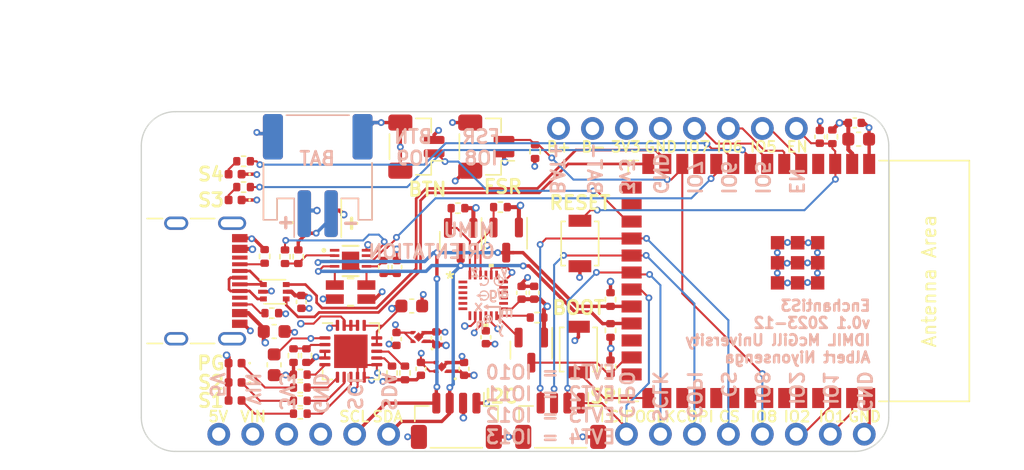
<source format=kicad_pcb>
(kicad_pcb (version 20221018) (generator pcbnew)
  (title_block (title "T-Stick Custom ESP32 Control Board") (date "2023-09") (rev "v0.0.2"))
  (layers (0 "F.Cu" signal) (1 "In1.Cu" signal) (2 "In2.Cu" signal) (31 "B.Cu" signal) (34 "B.Paste" user) (35 "F.Paste" user) (36 "B.SilkS" user "B.Silkscreen") (37 "F.SilkS" user "F.Silkscreen") (38 "B.Mask" user) (39 "F.Mask" user) (44 "Edge.Cuts" user))
  (net 0 "")
  (net 1 "+BATT")
  (net 2 "-BATT")
  (net 3 "CSP")
  (net 4 "+1V8")
  (net 5 "+3V3")
  (net 6 "GND")
  (net 7 "/EN")
  (net 8 "VUSB")
  (net 9 "/IO2")
  (net 11 "/SCL")
  (net 12 "/SDA")
  (net 13 "/FG_CSN")
  (net 14 "/IO16")
  (net 15 "/THRM")
  (net 16 "/IO4")
  (net 24 "Net-(IMU1-REGOUT)")
  (net 25 "/IMU_INT")
  (net 32 "Net-(J1-CC1)")
  (net 34 "Net-(J1-CC2)")
  (net 36 "/IO0")
  (net 37 "/IO15")
  (net 39 "/TXD")
  (net 40 "/RXD")
  (net 41 "/IO5")
  (net 42 "/IO6")
  (net 43 "/IO7")
  (net 44 "/IO8")
  (net 45 "/IO9")
  (net 46 "/IO17")
  (net 47 "/IO18")
  (net 52 "/IO1")
  (net 53 "/USBD-")
  (net 54 "/USBD+")
  (net 56 "Net-(CHARGLED1-K)")
  (net 57 "/STAT")
  (net 58 "/REG")
  (net 59 "/SCLK")
  (net 60 "/CIPO")
  (net 61 "/COPI")
  (net 62 "/CS")
  (net 64 "/IO39")
  (net 65 "/IO40")
  (net 66 "/IO41")
  (net 67 "/IO42")
  (net 68 "SYS")
  (net 69 "/AIN")
  (net 70 "/LV_SDA")
  (net 71 "/LV_SCL")
  (net 72 "Net-(CHARGLED2-K)")
  (net 73 "Net-(CHARGLED3-K)")
  (net 74 "/VPCC")
  (net 75 "/PROG3")
  (net 76 "/PROG1")
  (net 77 "/STAT2")
  (net 78 "/PG")
  (net 79 "/THERM")
  (net 80 "/D+")
  (net 81 "/D-")
  (net 83 "/IO48")
  (net 84 "Net-(STATLED2-A)")
  (net 85 "Net-(STATLED1-A)")
  (footprint "NCP167AMX330TBG-footprints:XDFN4_1X1_711AJ_ONS" (layer "F.Cu") (at 113.4364 65.10655 180)
    (fp_text reference "U4" hide)
    (fp_text value "NCP167AMX180TBG")
  )
  (footprint "Connector_JST:JST_PH_S2B-PH-SM4-TB_1x02-1MP_P2.00mm_Horizontal" (layer "F.Cu") (at 105.9 53.0352 180)
    (fp_text reference "BT1" hide)
    (fp_text value "JST-PH-1x02-2.000mm")
  )
  (footprint "Package_TO_SOT_SMD:SOT-23" (layer "F.Cu") (at 116.586 57.8889 -90)
    (fp_text reference "Q2" hide)
    (fp_text value "BSS138")
  )
  (footprint "Resistor_SMD:R_0402_1005Metric" (layer "F.Cu") (at 119.5578 55.3974)
    (fp_text reference "R14" hide)
    (fp_text value "2k2")
  )
  (footprint "Resistor_SMD:R_0402_1005Metric" (layer "F.Cu") (at 127.7874 67.3374 90)
    (fp_text reference "R23" hide)
    (fp_text value "2k2")
  )
  (footprint "Connector_JST:JST_SH_BM04B-SRSS-TB_1x04-1MP_P1.00mm_Vertical" (layer "F.Cu") (at 124.065 71.375 180)
    (fp_text reference "TOUCH2" hide)
    (fp_text value "JST-SH-1x04 1.0mm")
  )
  (footprint "Capacitor_SMD:C_0402_1005Metric" (layer "F.Cu") (at 111.7854 65.2526 -90)
    (fp_text reference "C11" hide)
    (fp_text value "1uF")
  )
  (footprint "Resistor_SMD:R_0402_1005Metric" (layer "F.Cu") (at 104.0892 66.4972 90)
    (fp_text reference "R4" hide)
    (fp_text value "110k")
  )
  (footprint "Resistor_SMD:R_0402_1005Metric" (layer "F.Cu") (at 127.7874 62.3062 90)
    (fp_text reference "R19" hide)
    (fp_text value "2k2")
  )
  (footprint "Button_Switch_SMD:SW_SPST_B3U-1000P" (layer "F.Cu") (at 125.5014 58.1152 -90)
    (fp_text reference "SW2" hide)
    (fp_text value "B3U-1000P")
  )
  (footprint "Capacitor_SMD:C_0402_1005Metric" (layer "F.Cu") (at 113.6142 67.4878 -90)
    (fp_text reference "C4" hide)
    (fp_text value "1uF")
  )
  (footprint "LED_SMD:LED_0402_1005Metric" (layer "F.Cu") (at 99.7204 52.9336 180)
    (fp_text reference "STATLED2" hide)
    (fp_text value "GENERAL STATUS")
  )
  (footprint "max17055-footprints:21-100013A_T102A2&plus_1C_MXM" (layer "F.Cu") (at 108.354 59.423399)
    (fp_text reference "FG1" hide)
    (fp_text value "MAX17055ETB+T")
  )
  (footprint "ICM20948-footprints:QFN24_3X3X0P9_IVS" (layer "F.Cu") (at 118.2728 61.9941)
    (fp_text reference "IMU1" hide)
    (fp_text value "ICM-20948")
  )
  (footprint "Package_TO_SOT_SMD:SOT-666" (layer "F.Cu") (at 102.6922 61.722)
    (fp_text reference "U1" hide)
    (fp_text value "USBLC6-2P6")
  )
  (footprint "PCM_Espressif:ESP32-S3-WROOM-2" (layer "F.Cu") (at 138.865 60.9191 -90)
    (fp_text reference "MCU1" hide)
    (fp_text value "ESP32-S3-WROOM-2")
  )
  (footprint "Connector_JST:JST_SH_BM02B-SRSS-TB_1x02-1MP_P1.00mm_Vertical" (layer "F.Cu") (at 113.275 50.875 90)
    (fp_text reference "ANG2" hide)
    (fp_text value "JST-SH-1.00mm 1x2")
  )
  (footprint "LED_SMD:LED_0402_1005Metric" (layer "F.Cu") (at 99.7204 69.8538 180)
    (fp_text reference "CHARGLED1" hide)
    (fp_text value "S1")
  )
  (footprint "Resistor_SMD:R_0402_1005Metric" (layer "F.Cu") (at 122.301 63.6524)
    (fp_text reference "R21" hide)
    (fp_text value "2k2")
  )
  (footprint "Resistor_SMD:R_0402_1005Metric" (layer "F.Cu") (at 102.4636 63.3222 180)
    (fp_text reference "R6" hide)
    (fp_text value "5k1")
  )
  (footprint "Capacitor_SMD:C_0603_1608Metric" (layer "F.Cu") (at 102.6414 64.6938)
    (fp_text reference "C14" hide)
    (fp_text value "10uF")
  )
  (footprint "Capacitor_SMD:C_0402_1005Metric" (layer "F.Cu") (at 116.84 67.4878 90)
    (fp_text reference "C5" hide)
    (fp_text value "1uF")
  )
  (footprint "Package_TO_SOT_SMD:SOT-23" (layer "F.Cu") (at 119.9896 57.8612 -90)
    (fp_text reference "Q1" hide)
    (fp_text value "BSS138")
  )
  (footprint "Resistor_SMD:R_0402_1005Metric" (layer "F.Cu") (at 116.3848 55.4736)
    (fp_text reference "R15" hide)
    (fp_text value "2k2")
  )
  (footprint "Package_DFN_QFN:QFN-20-1EP_4x4mm_P0.5mm_EP2.5x2.5mm" (layer "F.Cu") (at 108.3747 66.175)
    (fp_text reference "U2" hide)
    (fp_text value "MCP73871")
  )
  (footprint "Resistor_SMD:R_0402_1005Metric" (layer "F.Cu") (at 104.5972 67.9196)
    (fp_text reference "R9" hide)
    (fp_text value "10k")
  )
  (footprint "Capacitor_SMD:C_0402_1005Metric" (layer "F.Cu") (at 146.0526 49.0982)
    (fp_text reference "C19" hide)
    (fp_text value "0.1uF")
  )
  (footprint "Capacitor_SMD:C_0402_1005Metric" (layer "F.Cu") (at 114.7572 65.2018 90)
    (fp_text reference "C12" hide)
    (fp_text value "1uF")
  )
  (footprint "Capacitor_SMD:C_0402_1005Metric" (layer "F.Cu") (at 111.8108 59.8678 -90)
    (fp_text reference "C1" hide)
    (fp_text value "0.1uF")
  )
  (footprint "Capacitor_SMD:C_0402_1005Metric" (layer "F.Cu") (at 143.4338 50.1396 90)
    (fp_text reference "C9" hide)
    (fp_text value "1uF")
  )
  (footprint "LED_SMD:LED_0402_1005Metric" (layer "F.Cu") (at 99.7204 67.0588 180)
    (fp_text reference "CHARGLED3" hide)
    (fp_text value "PG")
  )
  (footprint "Button_Switch_SMD:SW_SPST_B3U-1000P" (layer "F.Cu") (at 125.39 66.04 90)
    (fp_text reference "SW1" hide)
    (fp_text value "B3U-1000P")
  )
  (footprint "Capacitor_SMD:C_0402_1005Metric" (layer "F.Cu") (at 118.4656 65.1256 -90)
    (fp_text reference "C6" hide)
    (fp_text value "0.1uF")
  )
  (footprint "MountingHole:MountingHole_3.2mm_M3_DIN965" (layer "F.Cu") (at 95.25 69.85)
    (fp_text reference "H2" hide)
    (fp_text value "MountingHole" hide)
  )
  (footprint "Capacitor_SMD:C_0402_1005Metric" (layer "F.Cu") (at 122.078 61.7982 90)
    (fp_text reference "C10" hide)
    (fp_text value "1uF")
  )
  (footprint "Capacitor_SMD:C_0603_1608Metric" (layer "F.Cu") (at 146.3418 50.3174)
    (fp_text reference "C13" hide)
    (fp_text value "10uF")
  )
  (footprint "Resistor_SMD:R_0402_1005Metric" (layer "F.Cu") (at 144.3736 50.1396 90)
    (fp_text reference "R5" hide)
    (fp_text value "10k")
  )
  (footprint "MountingHole:MountingHole_3.2mm_M3_DIN965" (layer "F.Cu") (at 95.25 52.07)
    (fp_text reference "H1" hide)
    (fp_text value "MountingHole" hide)
  )
  (footprint "Resistor_SMD:R_0402_1005Metric" (layer "F.Cu") (at 111.4552 67.7926 90)
    (fp_text reference "R17" hide)
    (fp_text value "24.9k")
  )
  (footprint "Resistor_SMD:R_0402_1005Metric" (layer "F.Cu") (at 104.4448 59.1038 90)
    (fp_text reference "TH1" hide)
    (fp_text value "10k")
  )
  (footprint "Capacitor_SMD:C_0603_1608Metric" (layer "F.Cu") (at 102.6414 67.183 -90)
    (fp_text reference "C3" hide)
    (fp_text value "4.7uF")
  )
  (footprint "Capacitor_SMD:C_0402_1005Metric" (layer "F.Cu") (at 110.8202 59.8678 -90)
    (fp_text reference "C2" hide)
    (fp_text value "0.47uF")
  )
  (footprint "LED_SMD:LED_0402_1005Metric" (layer "F.Cu") (at 99.7204 68.5038 180)
    (fp_text reference "CHARGLED2" hide)
    (fp_text value "S2")
  )
  (footprint "Capacitor_SMD:C_0402_1005Metric" (layer "F.Cu") (at 121.1382 61.7982 90)
    (fp_text reference "C7" hide)
    (fp_text value "0.1uF")
  )
  (footprint "ul_LVK12R010CER-footprints:LVK12_OHM-L" (layer "F.Cu") (at 108.3564 61.7474 180)
    (fp_text reference "R2" hide)
    (fp_text value "Ohmite_LVK12 10m")
  )
  (footprint "Resistor_SMD:R_0402_1005Metric" (layer "F.Cu") (at 100.3554 51.9684 180)
    (fp_text reference "R10" hide)
    (fp_text value "1k")
  )
  (footprint "Capacitor_SMD:C_0402_1005Metric" (layer "F.Cu") (at 104.6734 62.4814 -90)
    (fp_text reference "C15" hide)
    (fp_text value "0.1uF")
  )
  (footprint "Resistor_SMD:R_0402_1005Metric" (layer "F.Cu") (at 103.4542 59.1038 90)
    (fp_text reference "R12" hide)
    (fp_text value "10k")
  )
  (footprint "Resistor_SMD:R_0402_1005Metric" (layer "F.Cu") (at 112.4204 67.7926 90)
    (fp_text reference "R20" hide)
    (fp_text value "2k")
  )
  (footprint "Connector_USB:USB_C_Receptacle_GCT_USB4105-xx-A_16P_TopMnt_Horizontal" (layer "F.Cu") (at 96.393 60.9191 -90)
    (fp_text reference "J1" hide)
    (fp_text value "USB_C_Receptacle_USB2.0")
  )
  (footprint "Resistor_SMD:R_0402_1005Metric" (layer "F.Cu") (at 100.3554 53.8988 180)
    (fp_text reference "R8" hide)
    (fp_text value "1k")
  )
  (footprint "Capacitor_SMD:C_0603_1608Metric" (layer "F.Cu") (at 112.9284 62.7888)
    (fp_text reference "C8" hide)
    (fp_text value "4.7uF")
  )
  (footprint "Package_TO_SOT_SMD:SOT-23" (layer "F.Cu") (at 121.865 66.0875 -90)
    (fp_text reference "Q3" hide)
    (fp_text value "BSS138")
  )
  (footprint "Resistor_SMD:R_0402_1005Metric" (layer "F.Cu") (at 105.0544 66.4972 -90)
    (fp_text reference "R18" hide)
    (fp_text value "330k")
  )
  (footprint "Resistor_SMD:R_0402_1005Metric" (layer "F.Cu") (at 104.5972 69.8754)
    (fp_text reference "R22" hide)
    (fp_text value "1k")
  )
  (footprint "pin-layout:board-layout" (layer "F.Cu") (at 134.06 49.515)
    (fp_text reference "BOARDLAYOUT1" hide)
    (fp_text value "LAYOUT")
  )
  (footprint "Resistor_SMD:R_0402_1005Metric" (layer "F.Cu") (at 127.7874 64.6176 -90)
    (fp_text reference "R16" hide)
    (fp_text value "2k2")
  )
  (footprint "LED_SMD:LED_0402_1005Metric" (layer "F.Cu") (at 99.7204 54.864 180)
    (fp_text reference "STATLED1" hide)
    (fp_text value "WIFISTATUS")
  )
  (footprint "Connector_JST:JST_SH_BM02B-SRSS-TB_1x02-1MP_P1.00mm_Vertical" (layer "F.Cu") (at 118.5 50.875 90)
    (fp_text reference "ANG1" hide)
    (fp_text value "JST-SH-1.00mm 1x2")
  )
  (footprint "Resistor_SMD:R_0402_1005Metric" (layer "F.Cu") (at 101.9302 59.0804 -90)
    (fp_text reference "R7" hide)
    (fp_text value "5k1")
  )
  (footprint "Resistor_SMD:R_0402_1005Metric" (layer "F.Cu") (at 122.15 51.25 -90)
    (fp_text reference "R1" hide)
    (fp_text value "1k")
  )
  (footprint "Resistor_SMD:R_0402_1005Metric" (layer "F.Cu") (at 104.5972 68.8848)
    (fp_text reference "R24" hide)
    (fp_text value "1k")
  )
  (footprint "Connector_JST:JST_SH_BM04B-SRSS-TB_1x04-1MP_P1.00mm_Vertical" (layer "F.Cu") (at 116.265 71.375 180)
    (fp_text reference "TOUCH1" hide)
    (fp_text value "JST-SH-1x04 1.0mm")
  )
  (footprint "Resistor_SMD:R_0402_1005Metric" (layer "F.Cu") (at 104.5972 70.8394)
    (fp_text reference "R3" hide)
    (fp_text value "1k")
  )
  (footprint "NCP167AMX330TBG-footprints:XDFN4_1X1_711AJ_ONS" (layer "F.Cu") (at 115.1636 67.34175 180)
    (fp_text reference "U3" hide)
    (fp_text value "NCP167AMX330TBG")
  )
  (footprint "Connector_JST:JST_PH_S2B-PH-SM4-TB_1x02-1MP_P2.00mm_Horizontal" (layer "B.Cu") (at 105.9 53.0352)
    (fp_text reference "BT2" hide)
    (fp_text value "JST-PH-1x02-2.000mm")
  )
  (gr_line (start 118.444984 63.947001) (end 118.804984 63.587001) (stroke (width 0.1016)) (layer "B.SilkS"))
  (gr_line (start 119.44 60.422) (end 119.44 61.072) (stroke (width 0.1016)) (layer "B.SilkS"))
  (gr_arc (start 118.070001 61.787) (mid 118.666893 61.955797) (end 118.147147 62.29434) (stroke (width 0.1016)) (layer "B.SilkS"))
  (gr_poly (pts (xy 119.634984 63.837001) (xy 119.534984 64.037001) (xy 119.434984 63.837001)) (stroke (width 0.15)) (fill solid) (layer "B.SilkS"))
  (gr_line (start 118.534984 62.857001) (end 119.534984 62.857001) (stroke (width 0.15)) (layer "B.SilkS"))
  (gr_poly (pts (xy 118.050431 61.125541) (xy 118.093284 61.248201) (xy 118.153284 61.118201)) (stroke (width 0.1016)) (fill solid) (layer "B.SilkS"))
  (gr_poly (pts (xy 118.03 62.107) (xy 117.83 62.007) (xy 118.03 61.907)) (stroke (width 0.1016)) (fill solid) (layer "B.SilkS"))
  (gr_line (start 118.794984 63.947001) (end 118.404984 63.567001) (stroke (width 0.1016)) (layer "B.SilkS"))
  (gr_line (start 119.524984 62.237001) (end 119.399984 61.537001) (stroke (width 0.15)) (layer "B.SilkS"))
  (gr_poly (pts (xy 118.584984 62.947001) (xy 118.384984 62.847001) (xy 118.584984 62.747001)) (stroke (width 0.15)) (fill solid) (layer "B.SilkS"))
  (gr_line (start 119.534984 62.857001) (end 119.534984 63.857001) (stroke (width 0.15)) (layer "B.SilkS"))
  (gr_poly (pts (xy 118.067147 62.23434) (xy 118.11 62.357) (xy 118.17 62.227)) (stroke (width 0.1016)) (fill solid) (layer "B.SilkS"))
  (gr_arc (start 119.66 60.662001) (mid 119.491201 61.258716) (end 119.15266 60.739147) (stroke (width 0.1016)) (layer "B.SilkS"))
  (gr_arc (start 118.053285 60.678201) (mid 118.650205 60.846996) (end 118.130431 61.185541) (stroke (width 0.1016)) (layer "B.SilkS"))
  (gr_line (start 117.83 62.007) (end 118.48 62.007) (stroke (width 0.1016)) (layer "B.SilkS"))
  (gr_poly (pts (xy 119.21266 60.659147) (xy 119.09 60.702) (xy 119.22 60.762)) (stroke (width 0.1016)) (fill solid) (layer "B.SilkS"))
  (gr_circle (center 118.614984 63.757001) (end 118.394984 63.597001) (stroke (width 0.1016)) (fill none) (layer "B.SilkS"))
  (gr_poly (pts (xy 119.34 60.622) (xy 119.44 60.422) (xy 119.54 60.622)) (stroke (width 0.1016)) (fill solid) (layer "B.SilkS"))
  (gr_line (start 148.59 71.12) (end 148.59 50.8) (stroke (width 0.1)) (layer "Edge.Cuts"))
  (gr_arc (start 148.589999 71.120001) (mid 147.846051 72.916052) (end 146.05 73.66) (stroke (width 0.1)) (layer "Edge.Cuts"))
  (gr_line (start 92.71 50.8) (end 92.71 71.12) (stroke (width 0.1)) (layer "Edge.Cuts"))
  (gr_line (start 95.25 73.66) (end 146.05 73.66) (stroke (width 0.1)) (layer "Edge.Cuts"))
  (gr_arc (start 146.05 48.26) (mid 147.846051 49.003949) (end 148.59 50.8) (stroke (width 0.1)) (layer "Edge.Cuts"))
  (gr_arc (start 95.25 73.66) (mid 93.453949 72.916051) (end 92.71 71.12) (stroke (width 0.1)) (layer "Edge.Cuts"))
  (gr_line (start 146.05 48.26) (end 95.25 48.26) (stroke (width 0.1)) (layer "Edge.Cuts"))
  (gr_arc (start 92.71 50.8) (mid 93.453949 49.003949) (end 95.25 48.26) (stroke (width 0.1)) (layer "Edge.Cuts"))
  (gr_text "x" (at 118.346201 63.248716) (layer "B.SilkS") (effects (font (size 0.8 0.8) (thickness 0.15) bold) (justify left bottom mirror)))
  (gr_text "FSR\nIO8" (at 118.11 52.324) (layer "B.SilkS") (effects (font (size 1 1) (thickness 0.2) bold) (justify bottom mirror)))
  (gr_text "BTN\nIO9" (at 113.03 52.324) (layer "B.SilkS") (effects (font (size 1 1) (thickness 0.2) bold) (justify bottom mirror)))
  (gr_text "a" (at 120.324984 62.237001) (layer "B.SilkS") (effects (font (size 0.8 0.8) (thickness 0.15) bold) (justify left bottom mirror)))
  (gr_text "z" (at 118.053285 60.678201) (layer "B.SilkS") (effects (font (size 0.8 0.8) (thickness 0.15) bold) (justify left bottom mirror)))
  (gr_text "BAT" (at 107.3 51.7652) (layer "B.SilkS") (effects (font (size 1 1) (thickness 0.2) bold) (justify left mirror)))
  (gr_text "y" (at 120.246201 60.628716) (layer "B.SilkS") (effects (font (size 0.8 0.8) (thickness 0.15) bold) (justify left bottom mirror)))
  (gr_text "g" (at 119.467484 62.297001) (layer "B.SilkS") (effects (font (size 0.8 0.8) (thickness 0.15) bold) (justify left bottom mirror)))
  (gr_text "MIMU\nORIENTATION" (at 119.253 59.309) (layer "B.SilkS") (effects (font (size 1 1) (thickness 0.2) bold) (justify left bottom mirror)))
  (gr_text "EnchantiS3\nv0.1 2023-12\nIDMIL McGill University\nAlbert Niyonsenga" (at 147.32 67.1) (layer "B.SilkS") (effects (font (size 0.8 0.8) (thickness 0.2) bold) (justify left bottom mirror)))
  (gr_text "EVT1 = IO10\nEVT2 = IO11\nEVT3 = IO12\nEVT4 = IO13\n\n" (at 128.27 74.775) (layer "B.SilkS") (effects (font (size 1 1) (thickness 0.2) bold) (justify left bottom mirror)))
  (gr_text "-" (at 109.1438 57.1246) (layer "B.SilkS") (effects (font (size 1 1) (thickness 0.25) bold) (justify left bottom mirror)))
  (gr_text "y" (at 119.926201 64.868716) (layer "B.SilkS") (effects (font (size 0.8 0.8) (thickness 0.15) bold) (justify left bottom mirror)))
  (gr_text "n" (at 118.486201 64.598716) (layer "B.SilkS") (effects (font (size 0.8 0.8) (thickness 0.15) bold) (justify left bottom mirror)))
  (gr_text "+" (at 104.2924 57.0738) (layer "B.SilkS") (effects (font (size 1 1) (thickness 0.25) bold) (justify left bottom mirror)))
  (gr_text "m" (at 120.664984 63.697001) (layer "B.SilkS") (effects (font (size 0.8 0.8) (thickness 0.15) bold) (justify left bottom mirror)))
  (gr_text "SPI" (at 127.4826 70.1294) (layer "F.SilkS") (effects (font (size 1 1) (thickness 0.2) bold) (justify bottom)))
  (gr_text "IO7" (at 133.1468 51.3588) (layer "F.SilkS") (effects (font (size 0.8 0.8) (thickness 0.15) bold) (justify left bottom)))
  (gr_text "B-" (at 125.5268 51.3588) (layer "F.SilkS") (effects (font (size 0.8 0.8) (thickness 0.15) bold) (justify left bottom)))
  (gr_text "RESET" (at 125.5014 55.6514) (layer "F.SilkS") (effects (font (size 1 1) (thickness 0.2) bold) (justify bottom)))
  (gr_text "GND" (at 145.4658 71.5264) (layer "F.SilkS") (effects (font (size 0.8 0.8) (thickness 0.15) bold) (justify left bottom)))
  (gr_text "S4" (at 96.8354 52.9336) (layer "F.SilkS") (effects (font (size 1 1) (thickness 0.2) bold) (justify left)))
  (gr_text "SCL" (at 107.4166 71.5264) (layer "F.SilkS") (effects (font (size 0.8 0.8) (thickness 0.15) bold) (justify left bottom)))
  (gr_text "BTN" (at 114.1 54.65) (layer "F.SilkS") (effects (font (size 1 1) (thickness 0.2) bold) (justify bottom)))
  (gr_text "S1" (at 96.8354 69.8538) (layer "F.SilkS") (effects (font (size 1 1) (thickness 0.2) bold) (justify left)))
  (gr_text "PG" (at 96.787781 67.0588) (layer "F.SilkS") (effects (font (size 1 1) (thickness 0.2) bold) (justify left)))
  (gr_text "EN" (at 140.8684 51.3588) (layer "F.SilkS") (effects (font (size 0.8 0.8) (thickness 0.15) bold) (justify left bottom)))
  (gr_text "3V3" (at 127.7366 51.3588) (layer "F.SilkS") (effects (font (size 0.8 0.8) (thickness 0.15) bold) (justify left bottom)))
  (gr_text "BOOT" (at 125.39 63.5) (layer "F.SilkS") (effects (font (size 1 1) (thickness 0.2) bold) (justify bottom)))
  (gr_text "CLK" (at 130.302 71.5264) (layer "F.SilkS") (effects (font (size 0.8 0.8) (thickness 0.15) bold) (justify left bottom)))
  (gr_text "B+" (at 122.936 51.3588) (layer "F.SilkS") (effects (font (size 0.8 0.8) (thickness 0.15) bold) (justify left bottom)))
  (gr_text "CIPO" (at 127.5334 71.5264) (layer "F.SilkS") (effects (font (size 0.8 0.8) (thickness 0.15) bold) (justify left bottom)))
  (gr_text "FSR" (at 118.2 54.45) (layer "F.SilkS") (effects (font (size 1 1) (thickness 0.2) bold) (justify left bottom)))
  (gr_text "COPI" (at 132.588 71.5264) (layer "F.SilkS") (effects (font (size 0.8 0.8) (thickness 0.15) bold) (justify left bottom)))
  (gr_text "IO1" (at 143.256 71.5264) (layer "F.SilkS") (effects (font (size 0.8 0.8) (thickness 0.15) bold) (justify left bottom)))
  (gr_text "CS" (at 135.7884 71.5264) (layer "F.SilkS") (effects (font (size 0.8 0.8) (thickness 0.15) bold) (justify left bottom)))
  (gr_text "-" (at 102.8192 57.0738) (layer "F.SilkS") (effects (font (size 1 1) (thickness 0.25) bold) (justify left bottom)))
  (gr_text "+" (at 107.6452 57.1246) (layer "F.SilkS") (effects (font (size 1 1) (thickness 0.25) bold) (justify left bottom)))
  (gr_text "IO8" (at 138.176 71.5264) (layer "F.SilkS") (effects (font (size 0.8 0.8) (thickness 0.15) bold) (justify left bottom)))
  (gr_text "GND" (at 130.2258 51.3588) (layer "F.SilkS") (effects (font (size 0.8 0.8) (thickness 0.15) bold) (justify left bottom)))
  (gr_text "IO2" (at 140.6398 71.5264) (layer "F.SilkS") (effects (font (size 0.8 0.8) (thickness 0.15) bold) (justify left bottom)))
  (gr_text "VIN" (at 100.0252 71.5264) (layer "F.SilkS") (effects (font (size 0.8 0.8) (thickness 0.15) bold) (justify left bottom)))
  (gr_text "S3" (at 96.8354 54.864) (layer "F.SilkS") (effects (font (size 1 1) (thickness 0.2) bold) (justify left)))
  (gr_text "5V" (at 97.6376 71.5264) (layer "F.SilkS") (effects (font (size 0.8 0.8) (thickness 0.15) bold) (justify left bottom)))
  (gr_text "SDA" (at 109.9058 71.5264) (layer "F.SilkS") (effects (font (size 0.8 0.8) (thickness 0.15) bold) (justify left bottom)))
  (gr_text "S2" (at 96.8354 68.5038) (layer "F.SilkS") (effects (font (size 1 1) (thickness 0.2) bold) (justify left)))
  (gr_text "IO6" (at 135.6106 51.3588) (layer "F.SilkS") (effects (font (size 0.8 0.8) (thickness 0.15) bold) (justify left bottom)))
  (gr_text "I2C" (at 119.6086 70.1294) (layer "F.SilkS") (effects (font (size 1 1) (thickness 0.2) bold) (justify bottom)))
  (gr_text "IO5" (at 138.1252 51.3588) (layer "F.SilkS") (effects (font (size 0.8 0.8) (thickness 0.15) bold) (justify left bottom)))
  (segment (start 109.3818 64.262) (end 110.7564 64.262) (width 0.1524) (layer "F.Cu") (net 1))
  (segment (start 106.9 55.65) (end 107.5422 55.65) (width 0.3048) (layer "F.Cu") (net 1))
  (segment (start 110.3193 64.6991) (end 112.2296 62.7888) (width 0.1524) (layer "F.Cu") (net 1))
  (segment (start 109.5454 58.322022) (end 109.5454 58.623398) (width 0.1524) (layer "F.Cu") (net 1))
  (segment (start 111.64008 62.7888) (end 112.2296 62.7888) (width 0.1524) (layer "F.Cu") (net 1))
  (segment (start 110.3193 65.6995) (end 110.3193 65.1995) (width 0.1524) (layer "F.Cu") (net 1))
  (segment (start 110.7564 64.262) (end 112.2296 62.7888) (width 0.1524) (layer "F.Cu") (net 1))
  (segment (start 109.654793 58.212629) (end 109.5454 58.322022) (width 0.1524) (layer "F.Cu") (net 1))
  (segment (start 111.44604 62.98284) (end 111.64008 62.7888) (width 0.1524) (layer "F.Cu") (net 1))
  (segment (start 111.8108 59.464) (end 111.8108 58.5455) (width 0.1524) (layer "F.Cu") (net 1))
  (segment (start 110.3193 65.1995) (end 110.3193 64.6991) (width 0.1524) (layer "F.Cu") (net 1))
  (segment (start 107.5422 55.65) (end 107.8484 55.9562) (width 0.3048) (layer "F.Cu") (net 1))
  (via (at 111.44604 62.98284) (size 0.5588) (drill 0.3048) (layers "F.Cu" "B.Cu") (net 1))
  (via (at 105.8418 55.6514) (size 0.5588) (drill 0.3048) (layers "F.Cu" "B.Cu") (net 1))
  (via (at 111.8108 58.5455) (size 0.5588) (drill 0.3048) (layers "F.Cu" "B.Cu") (net 1))
  (via (at 109.654793 58.212629) (size 0.5588) (drill 0.3048) (layers "F.Cu" "B.Cu") (net 1))
  (via (at 107.8484 55.9562) (size 0.5588) (drill 0.3048) (layers "F.Cu" "B.Cu") (net 1))
  (segment (start 104.9 55.65) (end 105.8404 55.65) (width 0.3048) (layer "B.Cu") (net 1))
  (segment (start 105.8404 55.65) (end 105.8418 55.6514) (width 0.3048) (layer "B.Cu") (net 1))
  (segment (start 104.4448 57.9882) (end 104.4448 58.4688) (width 0.254) (layer "F.Cu") (net 2))
  (segment (start 110.7186 61.722) (end 110.1682 62.2724) (width 0.254) (layer "F.Cu") (net 2))
  (segment (start 104.4448 57.9882) (end 105.088008 57.344992) (width 0.254) (layer "F.Cu") (net 2))
  (segment (start 110.1682 62.2724) (end 109.5363 62.2724) (width 0.254) (layer "F.Cu") (net 2))
  (segment (start 105.7825 57.344992) (end 104.9 57.344992) (width 0.254) (layer "F.Cu") (net 2))
  (segment (start 105.088008 57.344992) (end 105.7825 57.344992) (width 0.254) (layer "F.Cu") (net 2))
  (via (at 105.7825 57.344992) (size 0.508) (drill 0.254) (layers "F.Cu" "B.Cu") (net 2))
  (via (at 110.7186 61.722) (size 0.508) (drill 0.254) (layers "F.Cu" "B.Cu") (net 2))
  (segment (start 106.9 56.227492) (end 106.9 55.65) (width 0.254) (layer "B.Cu") (net 2))
  (segment (start 105.7825 57.344992) (end 106.9 56.227492) (width 0.254) (layer "B.Cu") (net 2))
  (segment (start 110.6958 60.2234) (end 110.8202 60.3478) (width 0.1524) (layer "F.Cu") (net 3))
  (segment (start 109.5454 60.2234) (end 109.5454 61.2133) (width 0.1524) (layer "F.Cu") (net 3))
  (segment (start 109.5454 60.2234) (end 110.6958 60.2234) (width 0.1524) (layer "F.Cu") (net 3))
  (segment (start 109.154001 60.2234) (end 109.5454 60.2234) (width 0.1524) (layer "F.Cu") (net 3))
  (segment (start 109.5454 61.2133) (end 109.5363 61.2224) (width 0.1524) (layer "F.Cu") (net 3))
  (segment (start 111.8108 60.3478) (end 110.8202 60.3478) (width 0.254) (layer "F.Cu") (net 3))
  (segment (start 108.354 59.423399) (end 109.154001 60.2234) (width 0.1524) (layer "F.Cu") (net 3))
  (segment (start 122.811 63.0662) (end 122.811 63.6524) (width 0.3048) (layer "F.Cu") (net 4))
  (segment (start 118.0728 60.4725) (end 118.0728 58.7351) (width 0.1524) (layer "F.Cu") (net 4))
  (segment (start 122.527 62.2782) (end 122.078 62.2782) (width 0.3048) (layer "F.Cu") (net 4))
  (segment (start 122.815 63.6564) (end 122.811 63.6524) (width 0.3048) (layer "F.Cu") (net 4))
  (segment (start 117.672801 63.955897) (end 117.672801 63.5157) (width 0.1524) (layer "F.Cu") (net 4))
  (segment (start 119.7944 62.994101) (end 120.422299 62.994101) (width 0.1524) (layer "F.Cu") (net 4))
  (segment (start 120.422299 62.994101) (end 121.1382 62.2782) (width 0.1524) (layer "F.Cu") (net 4))
  (segment (start 117.536 56.9514) (end 117.536 55.6412) (width 0.3048) (layer "F.Cu") (net 4))
  (segment (start 115.4404 65.6818) (end 115.4938 65.7352) (width 0.3048) (layer "F.Cu") (net 4))
  (segment (start 123.063 62.8142) (end 122.527 62.2782) (width 0.3048) (layer "F.Cu") (net 4))
  (segment (start 120.0678 55.3974) (end 120.9294 55.3974) (width 0.3048) (layer "F.Cu") (net 4))
  (segment (start 117.341298 64.2874) (end 117.672801 63.955897) (width 0.1524) (layer "F.Cu") (net 4))
  (segment (start 114.5058 65.4304) (end 114.7572 65.6818) (width 0.254) (layer "F.Cu") (net 4))
  (segment (start 118.0728 58.7351) (end 118.5418 58.2661) (width 0.1524) (layer "F.Cu") (net 4))
  (segment (start 116.8948 55.4736) (end 117.7036 55.4736) (width 0.3048) (layer "F.Cu") (net 4))
  (segment (start 114.7572 65.6818) (end 115.4404 65.6818) (width 0.3048) (layer "F.Cu") (net 4))
  (segment (start 113.8428 65.4304) (end 114.5058 65.4304) (width 0.254) (layer "F.Cu") (net 4))
  (segment (start 117.7036 55.4736) (end 117.729 55.4482) (width 0.3048) (layer "F.Cu") (net 4))
  (segment (start 123.063 62.8142) (end 122.811 63.0662) (width 0.3048) (layer "F.Cu") (net 4))
  (segment (start 120.9294 55.3974) (end 121.0564 55.2704) (width 0.3048) (layer "F.Cu") (net 4))
  (segment (start 116.8908 64.2874) (end 117.341298 64.2874) (width 0.1524) (layer "F.Cu") (net 4))
  (segment (start 120.9396 55.3872) (end 121.0564 55.2704) (width 0.3048) (layer "F.Cu") (net 4))
  (segment (start 120.9396 56.9237) (end 120.9396 55.3872) (width 0.3048) (layer "F.Cu") (net 4))
  (segment (start 121.1382 62.2782) (end 122.078 62.2782) (width 0.3048) (layer "F.Cu") (net 4))
  (segment (start 122.815 65.15) (end 122.815 63.6564) (width 0.3048) (layer "F.Cu") (net 4))
  (segment (start 117.536 55.6412) (end 117.729 55.4482) (width 0.3048) (layer "F.Cu") (net 4))
  (via (at 121.0564 55.2704) (size 0.5588) (drill 0.3048) (layers "F.Cu" "B.Cu") (net 4))
  (via (at 116.8908 64.2874) (size 0.5588) (drill 0.3048) (layers "F.Cu" "B.Cu") (net 4))
  (via (at 117.729 55.4482) (size 0.5588) (drill 0.3048) (layers "F.Cu" "B.Cu") (net 4))
  (via (at 123.063 62.8142) (size 0.5588) (drill 0.3048) (layers "F.Cu" "B.Cu") (net 4))
  (via (at 115.4938 65.7352) (size 0.5588) (drill 0.3048) (layers "F.Cu" "B.Cu") (net 4))
  (via (at 118.5418 58.2661) (size 0.5588) (drill 0.3048) (layers "F.Cu" "B.Cu") (net 4))
  (segment (start 144.3756 49.6296) (end 144.907 49.0982) (width 0.3048) (layer "F.Cu") (net 5))
  (segment (start 127.7874 65.9384) (end 127.8128 65.9638) (width 0.254) (layer "F.Cu") (net 5))
  (segment (start 116.84 67.9678) (end 117.574 67.9678) (width 0.3048) (layer "F.Cu") (net 5))
  (segment (start 145.5726 49.0982) (end 144.907 49.0982) (width 0.3048) (layer "F.Cu") (net 5))
  (segment (start 145.5668 51.1042) (end 145.855 51.3924) (width 0.3048) (layer "F.Cu") (net 5))
  (segment (start 116.7892 70.0742) (end 116.765 70.05) (width 0.254) (layer "F.Cu") (net 5))
  (segment (start 127.7874 61.7962) (end 127.7874 60.96) (width 0.254) (layer "F.Cu") (net 5))
  (segment (start 116.7892 71.1454) (end 116.7892 70.0742) (width 0.254) (layer "F.Cu") (net 5))
  (segment (start 119.888 52.0192) (end 119.825 51.9562) (width 0.3048) (layer "F.Cu") (net 5))
  (segment (start 117.574 67.9678) (end 117.5766 67.9704) (width 0.3048) (layer "F.Cu") (net 5))
  (segment (start 145.855 51.3924) (end 145.855 52.1691) (width 0.3048) (layer "F.Cu") (net 5))
  (segment (start 127.7874 65.9892) (end 127.8128 65.9638) (width 0.254) (layer "F.Cu") (net 5))
  (segment (start 145.5668 49.104) (end 145.5726 49.0982) (width 0.3048) (layer "F.Cu") (net 5))
  (segment (start 127.7874 65.1276) (end 127.7874 65.9384) (width 0.254) (layer "F.Cu") (net 5))
  (segment (start 127.7874 66.8274) (end 127.7874 65.9892) (width 0.254) (layer "F.Cu") (net 5))
  (segment (start 145.5668 50.3174) (end 145.5668 49.104) (width 0.3048) (layer "F.Cu") (net 5))
  (segment (start 116.5378 67.6656) (end 116.84 67.9678) (width 0.254) (layer "F.Cu") (net 5))
  (segment (start 145.5668 50.3174) (end 145.5668 51.1042) (width 0.3048) (layer "F.Cu") (net 5))
  (segment (start 144.3736 49.6296) (end 144.3756 49.6296) (width 0.3048) (layer "F.Cu") (net 5))
  (segment (start 115.57 67.6656) (end 116.5378 67.6656) (width 0.254) (layer "F.Cu") (net 5))
  (segment (start 119.825 51.9562) (end 119.825 51.375) (width 0.3048) (layer "F.Cu") (net 5))
  (via (at 119.888 52.0192) (size 0.5588) (drill 0.3048) (layers "F.Cu" "B.Cu") (net 5))
  (via (at 127.8128 65.9638) (size 0.5588) (drill 0.3048) (layers "F.Cu" "B.Cu") (net 5))
  (via (at 127.7874 60.96) (size 0.5588) (drill 0.3048) (layers "F.Cu" "B.Cu") (net 5))
  (via (at 144.907 49.0982) (size 0.5588) (drill 0.3048) (layers "F.Cu" "B.Cu") (net 5))
  (via (at 116.7892 71.1454) (size 0.5588) (drill 0.3048) (layers "F.Cu" "B.Cu") (net 5))
  (via (at 117.5766 67.9704) (size 0.5588) (drill 0.3048) (layers "F.Cu" "B.Cu") (net 5))
  (segment (start 147.125 50.3256) (end 147.1168 50.3174) (width 0.254) (layer "F.Cu") (net 6))
  (segment (start 112.6308 72.575) (end 112.6236 72.5678) (width 0.254) (layer "F.Cu") (net 6))
  (segment (start 120.4214 60.276437) (end 120.063563 59.9186) (width 0.1524) (layer "F.Cu") (net 6))
  (segment (start 121.1382 61.3182) (end 121.1382 61.1068) (width 0.254) (layer "F.Cu") (net 6))
  (segment (start 105.2576 62.9666) (end 104.6786 62.9666) (width 0.254) (layer "F.Cu") (net 6))
  (segment (start 110.075 49.075) (end 110.6424 49.075) (width 0.254) (layer "F.Cu") (net 6))
  (segment (start 113.2794 68.3026) (end 113.6142 67.9678) (width 0.254) (layer "F.Cu") (net 6))
  (segment (start 118.872799 64.008799) (end 119.3546 64.4906) (width 0.1524) (layer "F.Cu") (net 6))
  (segment (start 118.872799 59.992301) (end 118.872799 60.4725) (width 0.1524) (layer "F.Cu") (net 6))
  (segment (start 142.5194 61.0362) (end 142.5423 61.0591) (width 0.254) (layer "F.Cu") (net 6))
  (segment (start 109.3818 68.137) (end 109.7168 68.137) (width 0.1524) (layer "F.Cu") (net 6))
  (segment (start 100.3395 64.1191) (end 100.8634 64.643) (width 0.254) (layer "F.Cu") (net 6))
  (segment (start 108.8818 66.6995) (end 108.3818 66.1995) (width 0.1524) (layer "F.Cu") (net 6))
  (segment (start 120.063563 59.9186) (end 118.9465 59.9186) (width 0.1524) (layer "F.Cu") (net 6))
  (segment (start 100.9245 57.7191) (end 100.965 57.7596) (width 0.254) (layer "F.Cu") (net 6))
  (segment (start 114.6 50.375) (end 114.6 49.992) (width 0.254) (layer "F.Cu") (net 6))
  (segment (start 143.275 58.0591) (end 142.5702 58.0591) (width 0.254) (layer "F.Cu") (net 6))
  (segment (start 141.0247 59.5591) (end 142.5155 59.5591) (width 0.254) (layer "F.Cu") (net 6))
  (segment (start 101.346 54.864) (end 100.4428 54.864) (width 0.254) (layer "F.Cu") (net 6))
  (segment (start 146.7612 49.0982) (end 146.5326 49.0982) (width 0.254) (layer "F.Cu") (net 6))
  (segment (start 116.9462 52.675) (end 116.1796 53.4416) (width 0.254) (layer "F.Cu") (net 6))
  (segment (start 140.275 61.0591) (end 141.0183 61.0591) (width 0.254) (layer "F.Cu") (net 6))
  (segment (start 119.1234 65.6056) (end 119.1514 65.6336) (width 0.254) (layer "F.Cu") (net 6))
  (segment (start 141.0007 58.0591) (end 141.0208 58.039) (width 0.254) (layer "F.Cu") (net 6))
  (segment (start 147.125 69.6691) (end 147.125 72.01) (width 0.254) (layer "F.Cu") (net 6))
  (segment (start 116.8299 67.0179) (end 116.84 67.0078) (width 0.254) (layer "F.Cu") (net 6))
  (segment (start 115.9786 49.075) (end 115.9764 49.0728) (width 0.254) (layer "F.Cu") (net 6))
  (segment (start 125.39 65.11) (end 125.1204 65.3796) (width 0.254) (layer "F.Cu") (net 6))
  (segment (start 104.0872 67.9196) (end 103.5304 67.9196) (width 0.254) (layer "F.Cu") (net 6))
  (segment (start 109.25 49.9) (end 110.075 49.075) (width 0.254) (layer "F.Cu") (net 6))
  (segment (start 147.125 52.1691) (end 147.125 50.3256) (width 0.254) (layer "F.Cu") (net 6))
  (segment (start 110.3193 67.7489) (end 110.363 67.7926) (width 0.1524) (layer "F.Cu") (net 6))
  (segment (start 140.275 58.0591) (end 141.0007 58.0591) (width 0.254) (layer "F.Cu") (net 6))
  (segment (start 112.4204 68.3026) (end 111.4552 68.3026) (width 0.254) (layer "F.Cu") (net 6))
  (segment (start 141.0409 58.0591) (end 142.5702 58.0591) (width 0.254) (layer "F.Cu") (net 6))
  (segment (start 114.6 49.992) (end 114.935 49.657) (width 0.254) (layer "F.Cu") (net 6))
  (segment (start 113.51895 65.10655) (end 113.8428 64.7827) (width 0.254) (layer "F.Cu") (net 6))
  (segment (start 111.4552 68.3026) (end 110.8944 68.3026) (width 0.254) (layer "F.Cu") (net 6))
  (segment (start 140.275 60.3088) (end 140.2588 60.325) (width 0.254) (layer "F.Cu") (net 6))
  (segment (start 147.1168 49.4538) (end 147.1168 50.3174) (width 0.254) (layer "F.Cu") (net 6))
  (segment (start 140.2588 58.801) (end 140.275 58.8172) (width 0.254) (layer "F.Cu") (net 6))
  (segment (start 106.2989 62.262421) (end 106.308879 62.2724) (width 0.254) (layer "F.Cu") (net 6))
  (segment (start 120.4214 60.367099) (end 119.7944 60.994099) (width 0.1524) (layer "F.Cu") (net 6))
  (segment (start 101.9302 58.5704) (end 101.1194 57.7596) (width 0.254) (layer "F.Cu") (net 6))
  (segment (start 140.275 58.7848) (end 140.2588 58.801) (width 0.254) (layer "F.Cu") (net 6))
  (segment (start 104.6786 62.9666) (end 104.6734 62.9614) (width 0.254) (layer "F.Cu") (net 6))
  (segment (start 140.275 58.0591) (end 140.275 58.7848) (width 0.254) (layer "F.Cu") (net 6))
  (segment (start 102.9736 63.3222) (end 103.45764 63.3222) (width 0.254) (layer "F.Cu") (net 6))
  (segment (start 109.7168 68.137) (end 109.9312 68.3514) (width 0.1524) (layer "F.Cu") (net 6))
  (segment (start 113.7034 62.7888) (end 113.7034 62.0138) (width 0.254) (layer "F.Cu") (net 6))
  (segment (start 115.57 67.0179) (end 116.8299 67.0179) (width 0.254) (layer "F.Cu") (net 6))
  (segment (start 104.176278 64.7555) (end 104.114578 64.6938) (width 0.254) (layer "F.Cu") (net 6))
  (segment (start 142.5423 61.0591) (end 143.275 61.0591) (width 0.254) (layer "F.Cu") (net 6))
  (segment (start 141.0208 61.0616) (end 141.0233 61.0591) (width 0.254) (layer "F.Cu") (net 6))
  (segment (start 111.3256 65.7326) (end 111.2266 65.6336) (width 0.254) (layer "F.Cu") (net 6))
  (segment (start 113.4364 65.10655) (end 113.51895 65.10655) (width 0.254) (layer "F.Cu") (net 6))
  (segment (start 112.075 52.675) (end 112.075 49.075) (width 0.254) (layer "F.Cu") (net 6))
  (segment (start 119.065 72.575) (end 121.265 72.575) (width 0.254) (layer "F.Cu") (net 6))
  (segment (start 103.492 67.958) (end 103.505 67.945) (width 0.254) (layer "F.Cu") (net 6))
  (segment (start 110.6424 49.075) (end 112.075 49.075) (width 0.254) (layer "F.Cu") (net 6))
  (segment (start 120.4214 60.276437) (end 120.4214 60.367099) (width 0.1524) (layer "F.Cu") (net 6))
  (segment (start 118.0728 63.5157) (end 118.0728 64.236332) (width 0.1524) (layer "F.Cu") (net 6))
  (segment (start 113.465 72.575) (end 112.6308 72.575) (width 0.254) (layer "F.Cu") (net 6))
  (segment (start 101.4366 49.9) (end 101.346 49.8094) (width 0.254) (layer "F.Cu") (net 6))
  (segment (start 143.275 58.782) (end 143.275 58.0591) (width 0.254) (layer "F.Cu") (net 6))
  (segment (start 125.5014 59.8152) (end 125.5014 60.6298) (width 0.254) (layer "F.Cu") (net 6))
  (segment (start 118.0728 64.236332) (end 117.602 64.707132) (width 0.1524) (layer "F.Cu") (net 6))
  (segment (start 118.872799 63.5157) (end 118.872799 64.008799) (width 0.1524) (layer "F.Cu") (net 6))
  (segment (start 113.7034 62.0138) (end 113.792 61.9252) (width 0.254) (layer "F.Cu") (net 6))
  (segment (start 117.3 52.675) (end 116.9462 52.675) (width 0.254) (layer "F.Cu") (net 6))
  (segment (start 141.0233 61.0591) (end 142.4965 61.0591) (width 0.254) (layer "F.Cu") (net 6))
  (segment (start 125.39 64.34) (end 125.39 65.11) (width 0.254) (layer "F.Cu") (net 6))
  (segment (start 100.073 57.7191) (end 100.9245 57.7191) (width 0.254) (layer "F.Cu") (net 6))
  (segment (start 111.7854 65.7326) (end 111.3256 65.7326) (width 0.254) (layer "F.Cu") (net 6))
  (segment (start 140.275 60.3412) (end 140.275 61.0591) (width 0.254) (layer "F.Cu") (net 6))
  (segment (start 108.8818 68.137) (end 108.8818 66.6995) (width 0.1524) (layer "F.Cu") (net 6))
  (segment (start 147.125 72.01) (end 146.76 72.375) (width 0.254) (layer "F.Cu") (net 6))
  (segment (start 103.5304 67.9196) (end 103.505 67.945) (width 0.254) (layer "F.Cu") (net 6))
  (segment (start 108.8818 68.137) (end 108.8818 68.8166) (width 0.1524) (layer "F.Cu") (net 6))
  (segment (start 101.3206 52.9336) (end 100.4428 52.9336) (width 0.254) (layer "F.Cu") (net 6))
  (segment (start 118.4656 65.6056) (end 119.1234 65.6056) (width 0.254) (layer "F.Cu") (net 6))
  (segment (start 116.685484 66.853284) (end 116.84 67.0078) (width 0.254) (layer "F.Cu") (net 6))
  (segment (start 115.1636 67.34175) (end 115.24615 67.34175) (width 0.254) (layer "F.Cu") (net 6))
  (segment (start 108.8818 68.8166) (end 108.6104 69.088) (width 0.1524) (layer "F.Cu") (net 6))
  (segment (start 140.275 58.8172) (end 140.275 60.3088) (width 0.254) (layer "F.Cu") (net 6))
  (segment (start 142.5194 59.563) (end 142.5233 59.5591) (width 0.254) (layer "F.Cu") (net 6))
  (segment (start 117.3 49.075) (end 115.9786 49.075) (width 0.254) (layer "F.Cu") (net 6))
  (segment (start 143.256 58.801) (end 143.275 58.782) (width 0.254) (layer "F.Cu") (net 6))
  (segment (start 125.5014 60.6298) (end 125.476 60.6552) (width 0.254) (layer "F.Cu") (net 6))
  (segment (start 143.4338 49.6596) (end 143.4338 48.9966) (width 0.254) (layer "F.Cu") (net 6))
  (segment (start 116.685484 66.549093) (end 116.685484 66.853284) (width 0.254) (layer "F.Cu") (net 6))
  (segment (start 109.3818 67.1995) (end 108.3818 66.1995) (width 0.1524) (layer "F.Cu") (net 6))
  (segment (start 101.7672 61.722) (end 102.3874 61.722) (width 0.254) (layer "F.Cu") (net 6))
  (segment (start 104.0892 67.9176) (end 104.0872 67.9196) (width 0.254) (layer "F.Cu") (net 6))
  (segment (start 112.4204 68.3026) (end 113.2794 68.3026) (width 0.254) (layer "F.Cu") (net 6))
  (segment (start 109.3818 68.137) (end 109.3818 67.1995) (width 0.1524) (layer "F.Cu") (net 6))
  (segment (start 110.8944 68.3026) (end 110.7694 68.4276) (width 0.254) (layer "F.Cu") (net 6))
  (segment (start 141.0208 58.039) (end 141.0409 58.0591) (width 0.254) (layer "F.Cu") (net 6))
  (segment (start 114.7572 64.7218) (end 115.3948 64.7218) (width 0.254) (layer "F.Cu") (net 6))
  (segment (start 140.2588 60.325) (end 140.275 60.3412) (width 0.254) (layer "F.Cu") (net 6))
  (segment (start 100.073 64.1191) (end 100.3395 64.1191) (width 0.254) (layer "F.Cu") (net 6))
  (segment (start 125.7118 72.575) (end 125.7046 72.5678) (width 0.254) (layer "F.Cu") (net 6))
  (segment (start 117.602 64.707132) (end 117.602 64.7954) (width 0.1524) (layer "F.Cu") (net 6))
  (segment (start 143.275 60.306) (end 143.275 58.82) (width 0.254) (layer "F.Cu") (net 6))
  (segment (start 140.275 59.5591) (end 140.9661 59.5591) (width 0.254) (layer "F.Cu") (net 6))
  (segment (start 115.24615 67.34175) (end 115.57 67.0179) (width 0.254) (layer "F.Cu") (net 6))
  (segment (start 110.3193 67.1995) (end 109.3818 67.1995) (width 0.1524) (layer "F.Cu") (net 6))
  (segment (start 102.55 49.9) (end 101.4366 49.9) (width 0.254) (layer "F.Cu") (net 6))
  (segment (start 121.1382 61.1068) (end 121.5898 60.6552) (width 0.254) (layer "F.Cu") (net 6))
  (segment (start 140.9954 59.5884) (end 141.0247 59.5591) (width 0.254) (layer "F.Cu") (net 6))
  (segment (start 143.275 58.82) (end 143.256 58.801) (width 0.254) (layer "F.Cu") (net 6))
  (segment (start 122.1232 51.7868) (end 122.15 51.76) (width 0.254) (layer "F.Cu") (net 6))
  (segment (start 115.3948 64.7218) (end 115.4176 64.7446) (width 0.254) (layer "F.Cu") (net 6))
  (segment (start 122.1232 52.3494) (end 122.1232 51.7868) (width 0.254) (layer "F.Cu") (net 6))
  (segment (start 114.6963 64.7827) (end 114.7572 64.7218) (width 0.254) (layer "F.Cu") (net 6))
  (segment (start 101.1194 57.7596) (end 100.965 57.7596) (width 0.254) (layer "F.Cu") (net 6))
  (segment (start 101.346 52.959) (end 101.3206 52.9336) (width 0.254) (layer "F.Cu") (net 6))
  (segment (start 104.0892 67.0072) (end 104.0892 67.9176) (width 0.254) (layer "F.Cu") (net 6))
  (segment (start 106.308879 62.2724) (end 107.1765 62.2724) (width 0.254) (layer "F.Cu") (net 6))
  (segment (start 102.6414 67.958) (end 103.492 67.958) (width 0.254) (layer "F.Cu") (net 6))
  (segment (start 140.9661 59.5591) (end 140.9954 59.5884) (width 0.254) (layer "F.Cu") (net 6))
  (segment (start 143.4338 48.9966) (end 143.4592 48.9712) (width 0.254) (layer "F.Cu") (net 6))
  (segment (start 103.45764 63.3222) (end 103.50672 63.37128) (width 0.254) (layer "F.Cu") (net 6))
  (segment (start 142.5233 59.5591) (end 143.275 59.5591) (width 0.254) (layer "F.Cu") (net 6))
  (segment (start 143.275 60.344) (end 143.256 60.325) (width 0.254) (layer "F.Cu") (net 6))
  (segment (start 110.3193 67.1995) (end 110.3193 67.7489) (width 0.1524) (layer "F.Cu") (net 6))
  (segment (start 142.5155 59.5591) (end 142.5194 59.563) (width 0.254) (layer "F.Cu") (net 6))
  (segment (start 104.114578 64.6938) (end 103.4164 64.6938) (width 0.254) (layer "F.Cu") (net 6))
  (segment (start 117.765 70.05) (end 118.4878 70.05) (width 0.254) (layer "F.Cu") (net 6))
  (segment (start 118.4878 70.05) (end 118.5164 70.0786) (width 0.254) (layer "F.Cu") (net 6))
  (segment (start 143.256 60.325) (end 143.275 60.306) (width 0.254) (layer "F.Cu") (net 6))
  (segment (start 122.078 61.3182) (end 121.1382 61.3182) (width 0.254) (layer "F.Cu") (net 6))
  (segment (start 126.865 72.575) (end 125.7118 72.575) (width 0.254) (layer "F.Cu") (net 6))
  (segment (start 142.4965 61.0591) (end 142.5194 61.0362) (width 0.254) (layer "F.Cu") (net 6))
  (segment (start 118.9465 59.9186) (end 118.872799 59.992301) (width 0.1524) (layer "F.Cu") (net 6))
  (segment (start 102.3874 61.722) (end 102.4382 61.6712) (width 0.254) (layer "F.Cu") (net 6))
  (segment (start 143.275 61.0591) (end 143.275 60.344) (width 0.254) (layer "F.Cu") (net 6))
  (segment (start 113.8428 64.7827) (end 114.6963 64.7827) (width 0.254) (layer "F.Cu") (net 6))
  (segment (start 147.1168 49.4538) (end 146.7612 49.0982) (width 0.254) (layer "F.Cu") (net 6))
  (segment (start 141.0183 61.0591) (end 141.0208 61.0616) (width 0.254) (layer "F.Cu") (net 6))
  (via (at 120.1674 72.575) (size 0.508) (drill 0.254) (layers "F.Cu" "B.Cu") (net 6))
  (via (at 119.3546 64.4906) (size 0.508) (drill 0.254) (layers "F.Cu" "B.Cu") (net 6))
  (via (at 105.2576 62.9666) (size 0.508) (drill 0.254) (layers "F.Cu" "B.Cu") (net 6))
  (via (at 120.4214 60.276437) (size 0.508) (drill 0.254) (layers "F.Cu" "B.Cu") (net 6))
  (via (at 101.346 52.959) (size 0.508) (drill 0.254) (layers "F.Cu" "B.Cu") (net 6))
  (via (at 122.1232 52.3494) (size 0.508) (drill 0.254) (layers "F.Cu" "B.Cu") (net 6))
  (via (at 100.965 57.7596) (size 0.508) (drill 0.254) (layers "F.Cu" "B.Cu") (net 6))
  (via (at 104.176278 64.7555) (size 0.508) (drill 0.254) (layers "F.Cu" "B.Cu") (net 6))
  (via (at 110.7694 68.4276) (size 0.508) (drill 0.254) (layers "F.Cu" "B.Cu") (net 6))
  (via (at 140.9954 59.5884) (size 0.508) (drill 0.254) (layers "F.Cu" "B.Cu") (net 6))
  (via (at 119.1514 65.6336) (size 0.508) (drill 0.254) (layers "F.Cu" "B.Cu") (net 6))
  (via (at 140.2588 60.325) (size 0.508) (drill 0.254) (layers "F.Cu" "B.Cu") (net 6))
  (via (at 103.505 67.945) (size 0.508) (drill 0.254) (layers "F.Cu" "B.Cu") (net 6))
  (via (at 141.0208 58.039) (size 0.508) (drill 0.254) (layers "F.Cu" "B.Cu") (net 6))
  (via (at 110.363 67.7926) (size 0.508) (drill 0.254) (layers "F.Cu" "B.Cu") (net 6))
  (via (at 106.2989 62.262421) (size 0.508) (drill 0.254) (layers "F.Cu" "B.Cu") (net 6))
  (via (at 125.476 60.6552) (size 0.508) (drill 0.254) (layers "F.Cu" "B.Cu") (net 6))
  (via (at 112.075 50.9016) (size 0.508) (drill 0.254) (layers "F.Cu" "B.Cu") (net 6))
  (via (at 115.4176 64.7446) (size 0.508) (drill 0.254) (layers "F.Cu" "B.Cu") (net 6))
  (via (at 125.1204 65.3796) (size 0.508) (drill 0.254) (layers "F.Cu" "B.Cu") (net 6))
  (via (at 143.4592 48.9712) (size 0.508) (drill 0.254) (layers "F.Cu" "B.Cu") (net 6))
  (via (at 125.7046 72.5678) (size 0.508) (drill 0.254) (layers "F.Cu" "B.Cu") (net 6))
  (via (at 112.6236 72.5678) (size 0.508) (drill 0.254) (layers "F.Cu" "B.Cu") (net 6))
  (via (at 101.346 54.864) (size 0.508) (drill 0.254) (layers "F.Cu" "B.Cu") (net 6))
  (via (at 101.346 49.8094) (size 0.508) (drill 0.254) (layers "F.Cu" "B.Cu") (net 6))
  (via (at 102.4382 61.6712) (size 0.508) (drill 0.254) (layers "F.Cu" "B.Cu") (net 6))
  (via (at 118.5164 70.0786) (size 0.508) (drill 0.254) (layers "F.Cu" "B.Cu") (net 6))
  (via (at 111.2266 65.6336) (size 0.508) (drill 0.254) (layers "F.Cu" "B.Cu") (net 6))
  (via (at 143.256 58.801) (size 0.508) (drill 0.254) (layers "F.Cu" "B.Cu") (net 6))
  (via (at 114.935 49.657) (size 0.508) (drill 0.254) (layers "F.Cu" "B.Cu") (net 6))
  (via (at 121.5898 60.6552) (size 0.508) (drill 0.254) (layers "F.Cu" "B.Cu") (net 6))
  (via (at 115.9764 49.0728) (size 0.508) (drill 0.254) (layers "F.Cu" "B.Cu") (net 6))
  (via (at 147.1168 49.4538) (size 0.508) (drill 0.254) (layers "F.Cu" "B.Cu") (net 6))
  (via (at 142.5194 61.0362) (size 0.508) (drill 0.254) (layers "F.Cu" "B.Cu") (net 6))
  (via (at 142.5194 59.563) (size 0.508) (drill 0.254) (layers "F.Cu" "B.Cu") (net 6))
  (via (at 100.8634 64.643) (size 0.508) (drill 0.254) (layers "F.Cu" "B.Cu") (net 6))
  (via (at 140.2588 58.801) (size 0.508) (drill 0.254) (layers "F.Cu" "B.Cu") (net 6))
  (via (at 103.50672 63.37128) (size 0.508) (drill 0.254) (layers "F.Cu" "B.Cu") (net 6))
  (via (at 110.6424 49.075) (size 0.508) (drill 0.254) (layers "F.Cu" "B.Cu") (net 6))
  (via (at 113.792 61.9252) (size 0.508) (drill 0.254) (layers "F.Cu" "B.Cu") (net 6))
  (via (at 116.1796 53.4416) (size 0.508) (drill 0.254) (layers "F.Cu" "B.Cu") (net 6))
  (via (at 141.0208 61.0616) (size 0.508) (drill 0.254) (layers "F.Cu" "B.Cu") (net 6))
  (via (at 116.685484 66.549093) (size 0.508) (drill 0.254) (layers "F.Cu" "B.Cu") (net 6))
  (via (at 108.6104 69.088) (size 0.508) (drill 0.254) (layers "F.Cu" "B.Cu") (net 6))
  (via (at 117.602 64.7954) (size 0.508) (drill 0.254) (layers "F.Cu" "B.Cu") (net 6))
  (via (at 142.5702 58.0591) (size 0.508) (drill 0.254) (layers "F.Cu" "B.Cu") (net 6))
  (via (at 109.9312 68.3514) (size 0.508) (drill 0.254) (layers "F.Cu" "B.Cu") (net 6))
  (via (at 143.256 60.325) (size 0.508) (drill 0.254) (layers "F.Cu" "B.Cu") (net 6))
  (segment (start 109.25 49.9) (end 110.075 49.075) (width 0.254) (layer "B.Cu") (net 6))
  (segment (start 110.075 49.075) (end 110.7672 49.075) (width 0.254) (layer "B.Cu") (net 6))
  (segment (start 102.55 49.9) (end 101.4366 49.9) (width 0.254) (layer "B.Cu") (net 6))
  (segment (start 101.4366 49.9) (end 101.346 49.8094) (width 0.254) (layer "B.Cu") (net 6))
  (segment (start 144.3736 50.6496) (end 144.3736 51.0032) (width 0.1524) (layer "F.Cu") (net 7))
  (segment (start 143.4338 50.645) (end 144.369 50.645) (width 0.1524) (layer "F.Cu") (net 7))
  (segment (start 144.6022 53.3146) (end 144.6022 52.1863) (width 0.1524) (layer "F.Cu") (net 7))
  (segment (start 144.585 51.2146) (end 144.585 52.1691) (width 0.1524) (layer "F.Cu") (net 7))
  (segment (start 144.3736 51.0032) (end 144.585 51.2146) (width 0.1524) (layer "F.Cu") (net 7))
  (segment (start 144.369 50.645) (end 144.3736 50.6496) (width 0.1524) (layer "F.Cu") (net 7))
  (segment (start 126.2906 55.626) (end 125.5014 56.4152) (width 0.1524) (layer "F.Cu") (net 7))
  (segment (start 142.7846 50.6196) (end 141.68 49.515) (width 0.1524) (layer "F.Cu") (net 7))
  (segment (start 144.6022 52.1863) (end 144.585 52.1691) (width 0.1524) (layer "F.Cu") (net 7))
  (segment (start 126.7968 55.626) (end 126.2906 55.626) (width 0.1524) (layer "F.Cu") (net 7))
  (segment (start 143.4338 50.6196) (end 142.7846 50.6196) (width 0.1524) (layer "F.Cu") (net 7))
  (via (at 144.6022 53.3146) (size 0.508) (drill 0.254) (layers "F.Cu" "B.Cu") (net 7))
  (via (at 126.7968 55.626) (size 0.508) (drill 0.254) (layers "F.Cu" "B.Cu") (net 7))
  (segment (start 142.2908 55.626) (end 144.6022 53.3146) (width 0.1524) (layer "B.Cu") (net 7))
  (segment (start 126.7968 55.626) (end 142.2908 55.626) (width 0.1524) (layer "B.Cu") (net 7))
  (segment (start 99.2354 69.8538) (end 99.2354 67.0588) (width 0.3048) (layer "F.Cu") (net 8))
  (segment (start 107.8747 63.825001) (end 107.625099 63.5754) (width 0.1524) (layer "F.Cu") (net 8))
  (segment (start 105.0544 67.0072) (end 105.347072 67.0072) (width 0.3048) (layer "F.Cu") (net 8))
  (segment (start 106.4443 66.6995) (end 106.4443 66.1995) (width 0.1524) (layer "F.Cu") (net 8))
  (segment (start 99.2378 66.6209) (end 99.0854 66.4685) (width 0.3048) (layer "F.Cu") (net 8))
  (segment (start 105.587718 64.1095) (end 106.121818 63.5754) (width 0.1524) (layer "F.Cu") (net 8))
  (segment (start 105.87619 66.6995) (end 106.4443 66.6995) (width 0.1524) (layer "F.Cu") (net 8))
  (segment (start 100.073 58.5191) (end 100.9879 58.5191) (width 0.3048) (layer "F.Cu") (net 8))
  (segment (start 104.2162 62.0014) (end 104.6734 62.0014) (width 0.3048) (layer "F.Cu") (net 8))
  (segment (start 105.034354 62.0014) (end 104.6734 62.0014) (width 0.3048) (layer "F.Cu") (net 8))
  (segment (start 103.6172 61.722) (end 103.9368 61.722) (width 0.3048) (layer "F.Cu") (net 8))
  (segment (start 101.8664 64.6938) (end 101.8664 65.4174) (width 0.3048) (layer "F.Cu") (net 8))
  (segment (start 107.8818 64.262) (end 108.8818 64.262) (width 0.1524) (layer "F.Cu") (net 8))
  (segment (start 100.073 63.3191) (end 100.7108 63.3191) (width 0.3048) (layer "F.Cu") (net 8))
  (segment (start 99.2378 67.1317) (end 99.2378 66.6209) (width 0.3048) (layer "F.Cu") (net 8))
  (segment (start 101.8664 64.4747) (end 101.8664 64.6938) (width 0.3048) (layer "F.Cu") (net 8))
  (segment (start 107.625099 63.5754) (end 106.121818 63.5754) (width 0.1524) (layer "F.Cu") (net 8))
  (segment (start 107.8818 63.969182) (end 107.8818 64.262) (width 0.1524) (layer "F.Cu") (net 8))
  (segment (start 104.634759 64.1095) (end 105.587718 64.1095) (width 0.1524) (layer "F.Cu") (net 8))
  (segment (start 105.234877 62.201923) (end 105.034354 62.0014) (width 0.3048) (layer "F.Cu") (net 8))
  (segment (start 100.9879 58.5191) (end 101.0158 58.547) (width 0.3048) (layer "F.Cu") (net 8))
  (segment (start 105.347072 67.0072) (end 105.765481 66.588791) (width 0.3048) (layer "F.Cu") (net 8))
  (segment (start 100.7108 63.3191) (end 101.8664 64.4747) (width 0.3048) (layer "F.Cu") (net 8))
  (segment (start 107.8747 64.2375) (end 107.8747 63.825001) (width 0.1524) (layer "F.Cu") (net 8))
  (segment (start 105.765481 66.588791) (end 105.87619 66.6995) (width 0.1524) (layer "F.Cu") (net 8))
  (segment (start 103.9368 61.722) (end 104.2162 62.0014) (width 0.3048) (layer "F.Cu") (net 8))
  (segment (start 101.8664 65.4174) (end 101.981 65.532) (width 0.3048) (layer "F.Cu") (net 8))
  (via (at 104.634759 64.1095) (size 0.5588) (drill 0.3048) (layers "F.Cu" "B.Cu") (net 8))
  (via (at 105.234877 62.201923) (size 0.5588) (drill 0.3048) (layers "F.Cu" "B.Cu") (net 8))
  (via (at 99.0854 66.4685) (size 0.5588) (drill 0.3048) (layers "F.Cu" "B.Cu") (net 8))
  (via (at 101.981 65.532) (size 0.5588) (drill 0.3048) (layers "F.Cu" "B.Cu") (net 8))
  (via (at 101.0158 58.547) (size 0.5588) (drill 0.3048) (layers "F.Cu" "B.Cu") (net 8))
  (via (at 105.765481 66.588791) (size 0.508) (drill 0.254) (layers "F.Cu" "B.Cu") (net 8))
  (segment (start 144.585 69.6691) (end 144.585 69.9691) (width 0.1524) (layer "F.Cu") (net 9))
  (segment (start 142.1791 72.375) (end 141.68 72.375) (width 0.1524) (layer "F.Cu") (net 9))
  (segment (start 144.585 69.9691) (end 142.1791 72.375) (width 0.1524) (layer "F.Cu") (net 9))
  (segment (start 120.523 58.7987) (end 121.240144 58.7987) (width 0.254) (layer "F.Cu") (net 11))
  (segment (start 119.3546 58.801) (end 120.5207 58.801) (width 0.254) (layer "F.Cu") (net 11))
  (segment (start 114.765 70.05) (end 110.985 70.05) (width 0.254) (layer "F.Cu") (net 11))
  (segment (start 120.5207 58.801) (end 120.523 58.7987) (width 0.254) (layer "F.Cu") (net 11))
  (segment (start 114.765 70.05) (end 114.765 68.877) (width 0.254) (layer "F.Cu") (net 11))
  (segment (start 107.1626 59.423399) (end 106.032201 59.423399) (width 0.1524) (layer "F.Cu") (net 11))
  (segment (start 110.985 70.05) (end 108.66 72.375) (width 0.254) (layer "F.Cu") (net 11))
  (segment (start 125.257644 62.8162) (end 127.7874 62.8162) (width 0.254) (layer "F.Cu") (net 11))
  (segment (start 114.808 60.7568) (end 114.808 58.801) (width 0.254) (layer "F.Cu") (net 11))
  (segment (start 129.3571 62.8162) (end 129.365 62.8241) (width 0.254) (layer "F.Cu") (net 11))
  (segment (start 106.032201 59.423399) (end 105.918 59.5376) (width 0.1524) (layer "F.Cu") (net 11))
  (segment (start 121.240144 58.7987) (end 125.257644 62.8162) (width 0.254) (layer "F.Cu") (net 11))
  (segment (start 127.7874 62.8162) (end 129.3571 62.8162) (width 0.254) (layer "F.Cu") (net 11))
  (segment (start 114.765 68.877) (end 114.808 68.834) (width 0.254) (layer "F.Cu") (net 11))
  (segment (start 119.9896 58.7987) (end 120.523 58.7987) (width 0.254) (layer "F.Cu") (net 11))
  (via (at 105.918 59.5376) (size 0.508) (drill 0.254) (layers "F.Cu" "B.Cu") (net 11))
  (via (at 114.808 60.7568) (size 0.508) (drill 0.254) (layers "F.Cu" "B.Cu") (net 11))
  (via (at 114.808 58.801) (size 0.508) (drill 0.254) (layers "F.Cu" "B.Cu") (net 11))
  (via (at 114.808 68.834) (size 0.508) (drill 0.254) (layers "F.Cu" "B.Cu") (net 11))
  (via (at 119.3546 58.801) (size 0.508) (drill 0.254) (layers "F.Cu" "B.Cu") (net 11))
  (segment (start 114.808 68.834) (end 114.808 60.7568) (width 0.254) (layer "B.Cu") (net 11))
  (segment (start 105.9947 59.4609) (end 113.8941 59.4609) (width 0.254) (layer "B.Cu") (net 11))
  (segment (start 113.8941 59.4609) (end 114.554 58.801) (width 0.254) (layer "B.Cu") (net 11))
  (segment (start 105.918 59.5376) (end 105.9947 59.4609) (width 0.254) (layer "B.Cu") (net 11))
  (segment (start 114.808 58.801) (end 119.3546 58.801) (width 0.254) (layer "B.Cu") (net 11))
  (segment (start 114.554 58.801) (end 114.808 58.801) (width 0.254) (layer "B.Cu") (net 11))
  (segment (start 105.9434 60.198) (end 106.318002 59.823398) (width 0.1524) (layer "F.Cu") (net 12))
  (segment (start 126.3396 63.246) (end 125.1458 63.246) (width 0.254) (layer "F.Cu") (net 12))
  (segment (start 129.365 64.0941) (end 127.8009 64.0941) (width 0.254) (layer "F.Cu") (net 12))
  (segment (start 116.586 59.766937) (end 116.586 58.8264) (width 0.254) (layer "F.Cu") (net 12))
  (segment (start 115.765 68.893) (end 115.7732 68.8848) (width 0.254) (layer "F.Cu") (net 12))
  (segment (start 127.8009 64.0941) (end 127.7874 64.1076) (width 0.254) (layer "F.Cu") (net 12))
  (segment (start 112.156 71.419) (end 111.2 72.375) (width 0.254) (layer "F.Cu") (net 12))
  (segment (start 115.765 70.05) (end 115.765 70.824999) (width 0.254) (layer "F.Cu") (net 12))
  (segment (start 115.765 70.05) (end 115.765 68.893) (width 0.254) (layer "F.Cu") (net 12))
  (segment (start 106.318002 59.823398) (end 107.1626 59.823398) (width 0.1524) (layer "F.Cu") (net 12))
  (segment (start 127.7874 64.1076) (end 127.2012 64.1076) (width 0.254) (layer "F.Cu") (net 12))
  (segment (start 127.2012 64.1076) (end 126.3396 63.246) (width 0.254) (layer "F.Cu") (net 12))
  (segment (start 115.170999 71.419) (end 112.156 71.419) (width 0.254) (layer "F.Cu") (net 12))
  (segment (start 115.765 70.824999) (end 115.170999 71.419) (width 0.254) (layer "F.Cu") (net 12))
  (segment (start 121.692 59.7922) (end 121.2596 59.7922) (width 0.254) (layer "F.Cu") (net 12))
  (segment (start 125.1458 63.246) (end 121.692 59.7922) (width 0.254) (layer "F.Cu") (net 12))
  (via (at 105.9434 60.198) (size 0.508) (drill 0.254) (layers "F.Cu" "B.Cu") (net 12))
  (via (at 121.2596 59.7922) (size 0.508) (drill 0.254) (layers "F.Cu" "B.Cu") (net 12))
  (via (at 116.586 59.766937) (size 0.508) (drill 0.254) (layers "F.Cu" "B.Cu") (net 12))
  (via (at 115.7732 68.8848) (size 0.508) (drill 0.254) (layers "F.Cu" "B.Cu") (net 12))
  (segment (start 115.7732 68.8848) (end 116.0292 68.6288) (width 0.254) (layer "B.Cu") (net 12))
  (segment (start 116.586 59.766937) (end 121.234337 59.766937) (width 0.254) (layer "B.Cu") (net 12))
  (segment (start 116.0292 60.323737) (end 116.586 59.766937) (width 0.254) (layer "B.Cu") (net 12))
  (segment (start 116.586 59.766937) (end 114.426263 59.766937) (width 0.254) (layer "B.Cu") (net 12))
  (segment (start 114.426263 59.766937) (end 113.9952 60.198) (width 0.254) (layer "B.Cu") (net 12))
  (segment (start 121.234337 59.766937) (end 121.2596 59.7922) (width 0.254) (layer "B.Cu") (net 12))
  (segment (start 116.0292 68.6288) (end 116.0292 60.323737) (width 0.254) (layer "B.Cu") (net 12))
  (segment (start 113.9952 60.198) (end 105.9434 60.198) (width 0.254) (layer "B.Cu") (net 12))
  (segment (start 107.1765 60.2373) (end 107.1626 60.2234) (width 0.1524) (layer "F.Cu") (net 13))
  (segment (start 107.1765 61.2224) (end 107.1765 60.2373) (width 0.1524) (layer "F.Cu") (net 13))
  (segment (start 136.965 51.8287) (end 136.965 52.1691) (width 0.1524) (layer "F.Cu") (net 14))
  (segment (start 135.3581 51.0286) (end 136.1649 51.0286) (width 0.1524) (layer "F.Cu") (net 14))
  (segment (start 101.3206 51.9684) (end 101.5746 52.2224) (width 0.1524) (layer "F.Cu") (net 14))
  (segment (start 100.8654 51.9684) (end 101.3206 51.9684) (width 0.1524) (layer "F.Cu") (net 14))
  (segment (start 136.1649 51.0286) (end 136.965 51.8287) (width 0.1524) (layer "F.Cu") (net 14))
  (segment (start 135.001 50.6715) (end 135.3581 51.0286) (width 0.1524) (layer "F.Cu") (net 14))
  (via (at 101.5746 52.2224) (size 0.508) (drill 0.254) (layers "F.Cu" "B.Cu") (net 14))
  (via (at 135.001 50.6715) (size 0.508) (drill 0.254) (layers "F.Cu" "B.Cu") (net 14))
  (segment (start 135.001 50.6715) (end 134.9477 50.6182) (width 0.1524) (layer "B.Cu") (net 14))
  (segment (start 115.466433 50.6182) (end 113.862233 52.2224) (width 0.1524) (layer "B.Cu") (net 14))
  (segment (start 113.862233 52.2224) (end 101.5746 52.2224) (width 0.1524) (layer "B.Cu") (net 14))
  (segment (start 134.9477 50.6182) (end 115.466433 50.6182) (width 0.1524) (layer "B.Cu") (net 14))
  (segment (start 109.984572 59.0234) (end 110.871 58.136972) (width 0.1524) (layer "F.Cu") (net 15))
  (segment (start 109.5454 59.0234) (end 109.984572 59.0234) (width 0.1524) (layer "F.Cu") (net 15))
  (segment (start 103.4542 58.4688) (end 103.4542 57.9374) (width 0.1524) (layer "F.Cu") (net 15))
  (segment (start 103.4542 57.9374) (end 103.505 57.8866) (width 0.1524) (layer "F.Cu") (net 15))
  (segment (start 110.871 58.136972) (end 110.871 57.9882) (width 0.1524) (layer "F.Cu") (net 15))
  (via (at 103.505 57.8866) (size 0.508) (drill 0.254) (layers "F.Cu" "B.Cu") (net 15))
  (via (at 110.871 57.9882) (size 0.508) (drill 0.254) (layers "F.Cu" "B.Cu") (net 15))
  (segment (start 110.871 57.8612) (end 110.4646 57.4548) (width 0.1524) (layer "B.Cu") (net 15))
  (segment (start 109.728 57.4548) (end 109.2962 57.8866) (width 0.1524) (layer "B.Cu") (net 15))
  (segment (start 110.871 57.9882) (end 110.871 57.8612) (width 0.1524) (layer "B.Cu") (net 15))
  (segment (start 109.2962 57.8866) (end 103.505 57.8866) (width 0.1524) (layer "B.Cu") (net 15))
  (segment (start 110.4646 57.4548) (end 109.728 57.4548) (width 0.1524) (layer "B.Cu") (net 15))
  (segment (start 118.4656 64.6456) (end 118.4656 63.5229) (width 0.1524) (layer "F.Cu") (net 24))
  (segment (start 118.4656 63.5229) (end 118.4728 63.5157) (width 0.1524) (layer "F.Cu") (net 24))
  (segment (start 119.2807 63.5157) (end 120.915 65.15) (width 0.1524) (layer "F.Cu") (net 25))
  (segment (start 121.6543 63.5157) (end 121.791 63.6524) (width 0.1524) (layer "F.Cu") (net 25))
  (segment (start 119.272801 63.5157) (end 119.2807 63.5157) (width 0.1524) (layer "F.Cu") (net 25))
  (segment (start 119.272801 63.5157) (end 121.6543 63.5157) (width 0.1524) (layer "F.Cu") (net 25))
  (segment (start 100.073 59.6691) (end 101.8515 59.6691) (width 0.1524) (layer "F.Cu") (net 32))
  (segment (start 101.8515 59.6691) (end 101.9302 59.5904) (width 0.1524) (layer "F.Cu") (net 32))
  (segment (start 100.9703 62.6691) (end 100.073 62.6691) (width 0.1524) (layer "F.Cu") (net 34))
  (segment (start 101.9536 63.3222) (end 101.6234 63.3222) (width 0.1524) (layer "F.Cu") (net 34))
  (segment (start 101.6234 63.3222) (end 100.9703 62.6691) (width 0.1524) (layer "F.Cu") (net 34))
  (segment (start 125.39 67.74) (end 127.3191 69.6691) (width 0.1524) (layer "F.Cu") (net 36))
  (segment (start 127.3191 69.6691) (end 130.615 69.6691) (width 0.1524) (layer "F.Cu") (net 36))
  (segment (start 138.235 51.701931) (end 138.235 52.1691) (width 0.1524) (layer "F.Cu") (net 37))
  (segment (start 137.651708 51.118639) (end 138.235 51.701931) (width 0.1524) (layer "F.Cu") (net 37))
  (segment (start 100.8654 53.8988) (end 101.5492 53.8988) (width 0.1524) (layer "F.Cu") (net 37))
  (via (at 101.5492 53.8988) (size 0.508) (drill 0.254) (layers "F.Cu" "B.Cu") (net 37))
  (via (at 137.651708 51.118639) (size 0.508) (drill 0.254) (layers "F.Cu" "B.Cu") (net 37))
  (segment (start 137.651708 51.118639) (end 137.640147 51.1302) (width 0.1524) (layer "B.Cu") (net 37))
  (segment (start 137.640147 51.1302) (end 115.352393 51.1302) (width 0.1524) (layer "B.Cu") (net 37))
  (segment (start 115.352393 51.1302) (end 112.583793 53.8988) (width 0.1524) (layer "B.Cu") (net 37))
  (segment (start 112.583793 53.8988) (end 101.5492 53.8988) (width 0.1524) (layer "B.Cu") (net 37))
  (segment (start 139.6909 49.515) (end 142.045 51.8691) (width 0.1524) (layer "F.Cu") (net 41))
  (segment (start 139.14 49.515) (end 139.6909 49.515) (width 0.1524) (layer "F.Cu") (net 41))
  (segment (start 142.045 51.8691) (end 142.045 52.1691) (width 0.1524) (layer "F.Cu") (net 41))
  (segment (start 140.775 51.3028) (end 140.775 52.1691) (width 0.1524) (layer "F.Cu") (net 42))
  (segment (start 140.6532 51.181) (end 140.775 51.3028) (width 0.1524) (layer "F.Cu") (net 42))
  (segment (start 137.647721 49.515) (end 139.313721 51.181) (width 0.1524) (layer "F.Cu") (net 42))
  (segment (start 139.313721 51.181) (end 140.6532 51.181) (width 0.1524) (layer "F.Cu") (net 42))
  (segment (start 136.6 49.515) (end 137.647721 49.515) (width 0.1524) (layer "F.Cu") (net 42))
  (segment (start 135.6868 50.6476) (end 138.3284 50.6476) (width 0.1524) (layer "F.Cu") (net 43))
  (segment (start 138.3284 50.6476) (end 139.505 51.8242) (width 0.1524) (layer "F.Cu") (net 43))
  (segment (start 134.06 49.515) (end 134.5542 49.515) (width 0.1524) (layer "F.Cu") (net 43))
  (segment (start 139.505 51.8242) (end 139.505 52.1691) (width 0.1524) (layer "F.Cu") (net 43))
  (segment (start 134.5542 49.515) (end 135.6868 50.6476) (width 0.1524) (layer "F.Cu") (net 43))
  (segment (start 119.825 50.375) (end 121.785 50.375) (width 0.1524) (layer "F.Cu") (net 44))
  (segment (start 122.4188 50.74) (end 122.15 50.74) (width 0.1524) (layer "F.Cu") (net 44))
  (segment (start 132.3245 53.34) (end 133.155 52.5095) (width 0.1524) (layer "F.Cu") (net 44))
  (segment (start 133.155 52.5095) (end 133.155 52.1691) (width 0.1524) (layer "F.Cu") (net 44))
  (segment (start 123.3932 51.7144) (end 122.4188 50.74) (width 0.1524) (layer "F.Cu") (net 44))
  (segment (start 139.1412 67.8434) (end 133.155 61.8572) (width 0.1524) (layer "F.Cu") (net 44))
  (segment (start 132.0292 53.34) (end 132.3245 53.34) (width 0.1524) (layer "F.Cu") (net 44))
  (segment (start 133.155 61.8572) (end 133.155 52.1691) (width 0.1524) (layer "F.Cu") (net 44))
  (segment (start 121.785 50.375) (end 122.15 50.74) (width 0.1524) (layer "F.Cu") (net 44))
  (via (at 132.0292 53.34) (size 0.508) (drill 0.254) (layers "F.Cu" "B.Cu") (net 44))
  (via (at 139.1412 67.8434) (size 0.508) (drill 0.254) (layers "F.Cu" "B.Cu") (net 44))
  (via (at 123.3932 51.7144) (size 0.508) (drill 0.254) (layers "F.Cu" "B.Cu") (net 44))
  (segment (start 132.0292 53.34) (end 125.0188 53.34) (width 0.1524) (layer "B.Cu") (net 44))
  (segment (start 139.14 72.375) (end 139.14 67.8446) (width 0.1524) (layer "B.Cu") (net 44))
  (segment (start 125.0188 53.34) (end 123.3932 51.7144) (width 0.1524) (layer "B.Cu") (net 44))
  (segment (start 139.14 67.8446) (end 139.1412 67.8434) (width 0.1524) (layer "B.Cu") (net 44))
  (segment (start 126.7691 54.1782) (end 129.065 56.4741) (width 0.1524) (layer "F.Cu") (net 45))
  (segment (start 114.7988 51.375) (end 114.6 51.375) (width 0.1524) (layer "F.Cu") (net 45))
  (segment (start 126.5174 54.1782) (end 126.7691 54.1782) (width 0.1524) (layer "F.Cu") (net 45))
  (segment (start 115.4176 51.9938) (end 114.7988 51.375) (width 0.1524) (layer "F.Cu") (net 45))
  (segment (start 129.065 56.4741) (end 129.365 56.4741) (width 0.1524) (layer "F.Cu") (net 45))
  (via (at 115.4176 51.9938) (size 0.508) (drill 0.254) (layers "F.Cu" "B.Cu") (net 45))
  (via (at 126.5174 54.1782) (size 0.508) (drill 0.254) (layers "F.Cu" "B.Cu") (net 45))
  (segment (start 115.4176 51.9938) (end 116.4082 51.9938) (width 0.1524) (layer "B.Cu") (net 45))
  (segment (start 116.4082 51.9938) (end 118.5926 54.1782) (width 0.1524) (layer "B.Cu") (net 45))
  (segment (start 118.5926 54.1782) (end 126.5174 54.1782) (width 0.1524) (layer "B.Cu") (net 45))
  (segment (start 109.5454 59.423399) (end 109.982533 59.423399) (width 0.1524) (layer "F.Cu") (net 46))
  (segment (start 110.958532 58.4474) (end 111.0722 58.4474) (width 0.1524) (layer "F.Cu") (net 46))
  (segment (start 135.3058 53.2638) (end 135.695 52.8746) (width 0.1524) (layer "F.Cu") (net 46))
  (segment (start 109.982533 59.423399) (end 110.958532 58.4474) (width 0.1524) (layer "F.Cu") (net 46))
  (segment (start 135.695 52.8746) (end 135.695 52.1691) (width 0.1524) (layer "F.Cu") (net 46))
  (segment (start 111.0722 58.4474) (end 111.7854 57.7342) (width 0.1524) (layer "F.Cu") (net 46))
  (segment (start 111.7854 57.7342) (end 111.7854 57.658) (width 0.1524) (layer "F.Cu") (net 46))
  (via (at 135.3058 53.2638) (size 0.508) (drill 0.254) (layers "F.Cu" "B.Cu") (net 46))
  (via (at 111.7854 57.658) (size 0.508) (drill 0.254) (layers "F.Cu" "B.Cu") (net 46))
  (segment (start 135.3058 53.2638) (end 133.8326 54.737) (width 0.1524) (layer "B.Cu") (net 46))
  (segment (start 114.7064 54.737) (end 111.7854 57.658) (width 0.1524) (layer "B.Cu") (net 46))
  (segment (start 133.8326 54.737) (end 114.7064 54.737) (width 0.1524) (layer "B.Cu") (net 46))
  (segment (start 144.22 72.375) (end 145.855 70.74) (width 0.1524) (layer "F.Cu") (net 52))
  (segment (start 145.855 70.74) (end 145.855 69.6691) (width 0.1524) (layer "F.Cu") (net 52))
  (segment (start 122.3264 54.0004) (end 114.0206 54.0004) (width 0.2) (layer "F.Cu") (net 53))
  (segment (start 110.304124 62.9412) (end 106.2228 62.9412) (width 0.2) (layer "F.Cu") (net 53))
  (segment (start 113.2598 59.985524) (end 110.304124 62.9412) (width 0.2) (layer "F.Cu") (net 53))
  (segment (start 131.1461 51.1302) (end 125.1966 51.1302) (width 0.2) (layer "F.Cu") (net 53))
  (segment (start 131.885 51.8691) (end 131.1461 51.1302) (width 0.2) (layer "F.Cu") (net 53))
  (segment (start 131.885 52.1691) (end 131.885 51.8691) (width 0.2) (layer "F.Cu") (net 53))
  (segment (start 114.0206 54.0004) (end 113.2598 54.7612) (width 0.2) (layer "F.Cu") (net 53))
  (segment (start 105.8164 62.5348) (end 105.8164 62.022553) (width 0.2) (layer "F.Cu") (net 53))
  (segment (start 106.2228 62.9412) (end 105.8164 62.5348) (width 0.2) (layer "F.Cu") (net 53))
  (segment (start 104.978347 61.1845) (end 103.5422 61.1845) (width 0.2) (layer "F.Cu") (net 53))
  (segment (start 125.1966 51.1302) (end 122.3264 54.0004) (width 0.2) (layer "F.Cu") (net 53))
  (segment (start 113.2598 54.7612) (end 113.2598 59.985524) (width 0.2) (layer "F.Cu") (net 53))
  (segment (start 105.8164 62.022553) (end 104.978347 61.1845) (width 0.2) (layer "F.Cu") (net 53))
  (segment (start 103.5422 62.2595) (end 103.5422 62.7244) (width 0.2) (layer "F.Cu") (net 54))
  (segment (start 110.4404 63.2702) (end 113.5888 60.1218) (width 0.2) (layer "F.Cu") (net 54))
  (segment (start 104.4194 63.6016) (end 105.664 63.6016) (width 0.2) (layer "F.Cu") (net 54))
  (segment (start 122.462676 54.3294) (end 124.622976 52.1691) (width 0.2) (layer "F.Cu") (net 54))
  (segment (start 105.9954 63.2702) (end 110.4404 63.2702) (width 0.2) (layer "F.Cu") (net 54))
  (segment (start 113.5888 54.897476) (end 114.156876 54.3294) (width 0.2) (layer "F.Cu") (net 54))
  (segment (start 103.5422 62.7244) (end 104.4194 63.6016) (width 0.2) (layer "F.Cu") (net 54))
  (segment (start 114.156876 54.3294) (end 122.462676 54.3294) (width 0.2) (layer "F.Cu") (net 54))
  (segment (start 113.5888 60.1218) (end 113.5888 54.897476) (width 0.2) (layer "F.Cu") (net 54))
  (segment (start 124.622976 52.1691) (end 130.615 52.1691) (width 0.2) (layer "F.Cu") (net 54))
  (segment (start 105.664 63.6016) (end 105.9954 63.2702) (width 0.2) (layer "F.Cu") (net 54))
  (segment (start 101.191 70.8394) (end 100.2054 69.8538) (width 0.1524) (layer "F.Cu") (net 56))
  (segment (start 104.0872 70.8394) (end 101.191 70.8394) (width 0.1524) (layer "F.Cu") (net 56))
  (segment (start 108.3818 68.137) (end 108.3818 68.667193) (width 0.1524) (layer "F.Cu") (net 57))
  (segment (start 105.3358 70.8394) (end 106.209594 70.8394) (width 0.1524) (layer "F.Cu") (net 57))
  (segment (start 106.209594 70.8394) (end 108.3818 68.667193) (width 0.1524) (layer "F.Cu") (net 57))
  (segment (start 110.384602 59.823398) (end 109.5454 59.823398) (width 0.1524) (layer "F.Cu") (net 58))
  (segment (start 110.8202 59.3878) (end 110.384602 59.823398) (width 0.1524) (layer "F.Cu") (net 58))
  (segment (start 124.565 68.9576) (end 124.587 68.9356) (width 0.1524) (layer "F.Cu") (net 59))
  (segment (start 126.733771 60.27521) (end 126.742661 60.2841) (width 0.1524) (layer "F.Cu") (net 59))
  (segment (start 129.5075 60.4266) (end 129.365 60.2841) (width 0.1524) (layer "F.Cu") (net 59))
  (segment (start 130.7084 60.4266) (end 129.5075 60.4266) (width 0.1524) (layer "F.Cu") (net 59))
  (segment (start 126.742661 60.2841) (end 129.365 60.2841) (width 0.1524) (layer "F.Cu") (net 59))
  (segment (start 124.565 70.05) (end 124.565 68.9576) (width 0.1524) (layer "F.Cu") (net 59))
  (via (at 126.733771 60.27521) (size 0.508) (drill 0.254) (layers "F.Cu" "B.Cu") (net 59))
  (via (at 130.7084 60.4266) (size 0.508) (drill 0.254) (layers "F.Cu" "B.Cu") (net 59))
  (via (at 124.587 68.9356) (size 0.508) (drill 0.254) (layers "F.Cu" "B.Cu") (net 59))
  (segment (start 131.52 61.2382) (end 130.7084 60.4266) (width 0.1524) (layer "B.Cu") (net 59))
  (segment (start 124.587 62.421981) (end 126.733771 60.27521) (width 0.1524) (layer "B.Cu") (net 59))
  (segment (start 124.587 68.9356) (end 124.587 62.421981) (width 0.1524) (layer "B.Cu") (net 59))
  (segment (start 131.52 72.375) (end 131.52 61.2382) (width 0.1524) (layer "B.Cu") (net 59))
  (segment (start 128.98 71.8808) (end 128.98 72.375) (width 0.1524) (layer "F.Cu") (net 60))
  (segment (start 125.565 70.05) (end 127.1492 70.05) (width 0.1524) (layer "F.Cu") (net 60))
  (segment (start 130.6576 62.1792) (end 130.0325 61.5541) (width 0.1524) (layer "F.Cu") (net 60))
  (segment (start 130.0325 61.5541) (end 129.365 61.5541) (width 0.1524) (layer "F.Cu") (net 60))
  (segment (start 127.1492 70.05) (end 128.98 71.8808) (width 0.1524) (layer "F.Cu") (net 60))
  (via (at 130.6576 62.1792) (size 0.508) (drill 0.254) (layers "F.Cu" "B.Cu") (net 60))
  (segment (start 128.98 70.2322) (end 130.6576 68.5546) (width 0.1524) (layer "B.Cu") (net 60))
  (segment (start 130.6576 68.5546) (end 130.6576 62.1792) (width 0.1524) (layer "B.Cu") (net 60))
  (segment (start 128.98 72.375) (end 128.98 70.2322) (width 0.1524) (layer "B.Cu") (net 60))
  (segment (start 124.2921 59.0141) (end 129.365 59.0141) (width 0.1524) (layer "F.Cu") (net 61))
  (segment (start 130.4445 59.0141) (end 130.4544 59.0042) (width 0.1524) (layer "F.Cu") (net 61))
  (segment (start 123.565 68.9924) (end 123.565 70.05) (width 0.1524) (layer "F.Cu") (net 61))
  (segment (start 124.2822 59.0042) (end 124.2921 59.0141) (width 0.1524) (layer "F.Cu") (net 61))
  (segment (start 123.571 68.9864) (end 123.565 68.9924) (width 0.1524) (layer "F.Cu") (net 61))
  (segment (start 129.365 59.0141) (end 130.4445 59.0141) (width 0.1524) (layer "F.Cu") (net 61))
  (via (at 130.4544 59.0042) (size 0.508) (drill 0.254) (layers "F.Cu" "B.Cu") (net 61))
  (via (at 124.2822 59.0042) (size 0.508) (drill 0.254) (layers "F.Cu" "B.Cu") (net 61))
  (via (at 123.571 68.9864) (size 0.508) (drill 0.254) (layers "F.Cu" "B.Cu") (net 61))
  (segment (start 130.4544 59.0042) (end 134.06 62.6098) (width 0.1524) (layer "B.Cu") (net 61))
  (segment (start 134.06 62.6098) (end 134.06 72.375) (width 0.1524) (layer "B.Cu") (net 61))
  (segment (start 123.571 68.9864) (end 123.571 59.7154) (width 0.1524) (layer "B.Cu") (net 61))
  (segment (start 123.571 59.7154) (end 124.2822 59.0042) (width 0.1524) (layer "B.Cu") (net 61))
  (segment (start 122.565 68.971) (end 122.5296 68.9356) (width 0.1524) (layer "F.Cu") (net 62))
  (segment (start 122.5296 58.1914) (end 122.9769 57.7441) (width 0.1524) (layer "F.Cu") (net 62))
  (segment (start 130.4798 57.7342) (end 129.3749 57.7342) (width 0.1524) (layer "F.Cu") (net 62))
  (segment (start 122.565 70.05) (end 122.565 68.971) (width 0.1524) (layer "F.Cu") (net 62))
  (segment (start 122.9769 57.7441) (end 129.365 57.7441) (width 0.1524) (layer "F.Cu") (net 62))
  (segment (start 129.3749 57.7342) (end 129.365 57.7441) (width 0.1524) (layer "F.Cu") (net 62))
  (via (at 122.5296 68.9356) (size 0.508) (drill 0.254) (layers "F.Cu" "B.Cu") (net 62))
  (via (at 130.4798 57.7342) (size 0.508) (drill 0.254) (layers "F.Cu" "B.Cu") (net 62))
  (via (at 122.5296 58.1914) (size 0.508) (drill 0.254) (layers "F.Cu" "B.Cu") (net 62))
  (segment (start 122.5296 58.1914) (end 122.5296 68.9356) (width 0.1524) (layer "B.Cu") (net 62))
  (segment (start 136.6 63.8544) (end 130.4798 57.7342) (width 0.1524) (layer "B.Cu") (net 62))
  (segment (start 136.6 72.375) (end 136.6 63.8544) (width 0.1524) (layer "B.Cu") (net 62))
  (segment (start 111.7854 64.7726) (end 111.7854 64.262) (width 0.1524) (layer "F.Cu") (net 68))
  (segment (start 106.9594 64.262) (end 106.7816 64.4398) (width 0.1524) (layer "F.Cu") (net 68))
  (segment (start 103.02043 66.1794) (end 103.98563 65.2142) (width 0.1524) (layer "F.Cu") (net 68))
  (segment (start 105.3993 65.1995) (end 106.4443 65.1995) (width 0.1524) (layer "F.Cu") (net 68))
  (segment (start 113.6142 67.0078) (end 114.7471 67.0078) (width 0.1524) (layer "F.Cu") (net 68))
  (segment (start 113.03 65.4304) (end 112.3722 64.7726) (width 0.1524) (layer "F.Cu") (net 68))
  (segment (start 114.272 67.6656) (end 113.6142 67.0078) (width 0.1524) (layer "F.Cu") (net 68))
  (segment (start 102.8954 66.1794) (end 103.02043 66.1794) (width 0.1524) (layer "F.Cu") (net 68))
  (segment (start 112.3722 64.7726) (end 111.7854 64.7726) (width 0.1524) (layer "F.Cu") (net 68))
  (segment (start 113.6142 66.3448) (end 113.6396 66.3194) (width 0.1524) (layer "F.Cu") (net 68))
  (segment (start 105.3846 65.2142) (end 105.3993 65.1995) (width 0.1524) (layer "F.Cu") (net 68))
  (segment (start 111.7955 64.7827) (end 111.7854 64.7726) (width 0.1524) (layer "F.Cu") (net 68))
  (segment (start 113.6142 67.0078) (end 113.6142 66.3448) (width 0.1524) (layer "F.Cu") (net 68))
  (segment (start 113.03 64.7827) (end 111.7955 64.7827) (width 0.1524) (layer "F.Cu") (net 68))
  (segment (start 103.98563 65.2142) (end 105.3846 65.2142) (width 0.1524) (layer "F.Cu") (net 68))
  (segment (start 114.7572 67.6656) (end 114.272 67.6656) (width 0.1524) (layer "F.Cu") (net 68))
  (segment (start 114.7471 67.0078) (end 114.7572 67.0179) (width 0.1524) (layer "F.Cu") (net 68))
  (segment (start 107.3818 64.262) (end 106.9594 64.262) (width 0.1524) (layer "F.Cu") (net 68))
  (segment (start 111.7854 64.262) (end 111.7092 64.1858) (width 0.1524) (layer "F.Cu") (net 68))
  (via (at 113.6396 66.3194) (size 0.508) (drill 0.254) (layers "F.Cu" "B.Cu") (net 68))
  (via (at 106.7816 64.4398) (size 0.508) (drill 0.254) (layers "F.Cu" "B.Cu") (net 68))
  (via (at 111.7092 64.1858) (size 0.508) (drill 0.254) (layers "F.Cu" "B.Cu") (net 68))
  (via (at 105.3846 65.2142) (size 0.508) (drill 0.254) (layers "F.Cu" "B.Cu") (net 68))
  (segment (start 107.1414 59.0022) (end 105.0564 59.0022) (width 0.1524) (layer "F.Cu") (net 69))
  (segment (start 105.0564 59.0022) (end 104.4448 59.6138) (width 0.1524) (layer "F.Cu") (net 69))
  (segment (start 107.1626 59.0234) (end 107.1414 59.0022) (width 0.1524) (layer "F.Cu") (net 69))
  (segment (start 103.5792 59.6138) (end 103.4542 59.4888) (width 0.1524) (layer "F.Cu") (net 69))
  (segment (start 104.4448 59.6138) (end 103.5792 59.6138) (width 0.1524) (layer "F.Cu") (net 69))
  (segment (start 115.8748 55.4736) (end 115.8748 56.7126) (width 0.1524) (layer "F.Cu") (net 70))
  (segment (start 115.636 56.9514) (end 116.292014 56.9514) (width 0.1524) (layer "F.Cu") (net 70))
  (segment (start 115.8748 56.7126) (end 115.636 56.9514) (width 0.1524) (layer "F.Cu") (net 70))
  (segment (start 116.292014 56.9514) (end 117.272799 57.932185) (width 0.1524) (layer "F.Cu") (net 70))
  (segment (start 117.272799 57.932185) (end 117.272799 60.4725) (width 0.1524) (layer "F.Cu") (net 70))
  (segment (start 117.672801 58.290499) (end 119.0396 56.9237) (width 0.1524) (layer "F.Cu") (net 71))
  (segment (start 119.0478 56.9155) (end 119.0396 56.9237) (width 0.1524) (layer "F.Cu") (net 71))
  (segment (start 117.672801 60.4725) (end 117.672801 58.290499) (width 0.1524) (layer "F.Cu") (net 71))
  (segment (start 119.0478 55.3974) (end 119.0478 56.9155) (width 0.1524) (layer "F.Cu") (net 71))
  (segment (start 100.2054 68.5038) (end 101.577 69.8754) (width 0.1524) (layer "F.Cu") (net 72))
  (segment (start 101.577 69.8754) (end 104.0872 69.8754) (width 0.1524) (layer "F.Cu") (net 72))
  (segment (start 101.9609 68.8848) (end 104.0872 68.8848) (width 0.1524) (layer "F.Cu") (net 73))
  (segment (start 100.2078 67.1317) (end 101.9609 68.8848) (width 0.1524) (layer "F.Cu") (net 73))
  (segment (start 105.3929 65.6995) (end 105.1306 65.9618) (width 0.1524) (layer "F.Cu") (net 74))
  (segment (start 105.1306 65.9618) (end 104.14 65.9618) (width 0.1524) (layer "F.Cu") (net 74))
  (segment (start 106.4443 65.6995) (end 105.3929 65.6995) (width 0.1524) (layer "F.Cu") (net 74))
  (segment (start 110.8721 66.6995) (end 111.4552 67.2826) (width 0.1524) (layer "F.Cu") (net 75))
  (segment (start 110.3193 66.6995) (end 110.8721 66.6995) (width 0.1524) (layer "F.Cu") (net 75))
  (segment (start 111.193893 66.1995) (end 110.3193 66.1995) (width 0.1524) (layer "F.Cu") (net 76))
  (segment (start 112.4204 67.2826) (end 112.276993 67.2826) (width 0.1524) (layer "F.Cu") (net 76))
  (segment (start 112.276993 67.2826) (end 111.193893 66.1995) (width 0.1524) (layer "F.Cu") (net 76))
  (segment (start 106.5559 69.8754) (end 107.18945 69.24185) (width 0.1524) (layer "F.Cu") (net 77))
  (segment (start 105.3358 69.8754) (end 106.5559 69.8754) (width 0.1524) (layer "F.Cu") (net 77))
  (segment (start 107.50695 68.92435) (end 107.8818 68.549499) (width 0.1524) (layer "F.Cu") (net 77))
  (segment (start 106.5559 69.8754) (end 107.50695 68.92435) (width 0.1524) (layer "F.Cu") (net 77))
  (segment (start 107.8818 68.549499) (end 107.8818 68.137) (width 0.1524) (layer "F.Cu") (net 77))
  (segment (start 107.18945 69.24185) (end 107.50695 68.92435) (width 0.1524) (layer "F.Cu") (net 77))
  (segment (start 105.3358 68.8848) (end 106.634 68.8848) (width 0.1524) (layer "F.Cu") (net 78))
  (segment (start 106.634 68.8848) (end 107.3818 68.137) (width 0.1524) (layer "F.Cu") (net 78))
  (segment (start 105.7242 67.9196) (end 105.1072 67.9196) (width 0.1524) (layer "F.Cu") (net 79))
  (segment (start 106.4443 67.1995) (end 105.7242 67.9196) (width 0.1524) (layer "F.Cu") (net 79))
  (segment (start 99.269 61.5481) (end 99.269 60.7901) (width 0.2) (layer "F.Cu") (net 80))
  (segment (start 99.39 61.6691) (end 99.269 61.5481) (width 0.2) (layer "F.Cu") (net 80))
  (segment (start 101.3922 62.2595) (end 100.8018 61.6691) (width 0.2) (layer "F.Cu") (net 80))
  (segment (start 100.073 61.6691) (end 99.39 61.6691) (width 0.2) (layer "F.Cu") (net 80))
  (segment (start 101.8422 62.2595) (end 101.3922 62.2595) (width 0.2) (layer "F.Cu") (net 80))
  (segment (start 99.269 60.7901) (end 99.39 60.6691) (width 0.2) (layer "F.Cu") (net 80))
  (segment (start 100.8018 61.6691) (end 100.073 61.6691) (width 0.2) (layer "F.Cu") (net 80))
  (segment (start 99.39 60.6691) (end 100.073 60.6691) (width 0.2) (layer "F.Cu") (net 80))
  (segment (start 100.8268 60.1691) (end 101.8422 61.1845) (width 0.2) (layer "F.Cu") (net 81))
  (segment (start 100.073 60.1691) (end 100.8268 60.1691) (width 0.2) (layer "F.Cu") (net 81))
  (segment (start 101.8268 61.1691) (end 101.8422 61.1845) (width 0.2) (layer "F.Cu") (net 81))
  (segment (start 100.073 61.1691) (end 101.8268 61.1691) (width 0.2) (layer "F.Cu") (net 81))
  (segment (start 126.7658 67.025) (end 127.4191 67.6783) (width 0.1524) (layer "F.Cu") (net 83))
  (segment (start 127.7874 67.8474) (end 129.0007 66.6341) (width 0.1524) (layer "F.Cu") (net 83))
  (segment (start 129.0007 66.6341) (end 129.365 66.6341) (width 0.1524) (layer "F.Cu") (net 83))
  (segment (start 121.865 67.025) (end 126.7658 67.025) (width 0.1524) (layer "F.Cu") (net 83))
  (segment (start 127.4191 67.6783) (end 127.5882 67.8474) (width 0.1524) (layer "F.Cu") (net 83))
  (segment (start 127.5882 67.8474) (end 127.7874 67.8474) (width 0.1524) (layer "F.Cu") (net 83))
  (segment (start 99.2354 52.9336) (end 99.2354 52.5784) (width 0.1524) (layer "F.Cu") (net 84))
  (segment (start 99.2354 52.5784) (end 99.8454 51.9684) (width 0.1524) (layer "F.Cu") (net 84))
  (segment (start 99.2354 54.864) (end 99.2354 54.5088) (width 0.1524) (layer "F.Cu") (net 85))
  (segment (start 99.2354 54.5088) (end 99.8454 53.8988) (width 0.1524) (layer "F.Cu") (net 85))
)
</source>
